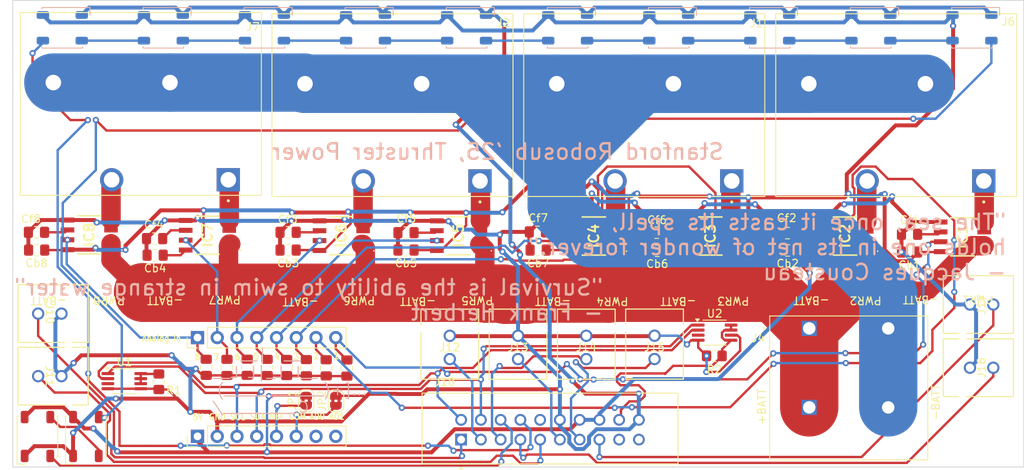
<source format=kicad_pcb>
(kicad_pcb (version 20240108) (generator "pcbnew") (generator_version "8.0")
  (layers (0 "F.Cu" signal) (31 "B.Cu" signal) (34 "B.Paste" user) (35 "F.Paste" user) (36 "B.SilkS" user "B.Silkscreen") (37 "F.SilkS" user "F.Silkscreen") (38 "B.Mask" user) (39 "F.Mask" user) (44 "Edge.Cuts" user))
  (net 0 "")
  (net 1 "GND")
  (net 2 "5V")
  (net 3 "Net-(IC1-FILTER)")
  (net 4 "Net-(IC2-FILTER)")
  (net 5 "Net-(IC6-FILTER)")
  (net 6 "Net-(IC7-FILTER)")
  (net 7 "Net-(IC5-FILTER)")
  (net 8 "Net-(IC3-FILTER)")
  (net 9 "Net-(IC4-FILTER)")
  (net 10 "Net-(IC8-FILTER)")
  (net 11 "PWR1")
  (net 12 "VIout1")
  (net 13 "+BATT")
  (net 14 "PWR2")
  (net 15 "VIout2")
  (net 16 "PWR3")
  (net 17 "VIout3")
  (net 18 "VIout4")
  (net 19 "PWR4")
  (net 20 "PWR5")
  (net 21 "VIout5")
  (net 22 "PWR6")
  (net 23 "VIout6")
  (net 24 "PWR7")
  (net 25 "VIout7")
  (net 26 "PWR8")
  (net 27 "VIout8")
  (net 28 "-BATT")
  (net 29 "SDA")
  (net 30 "AD1")
  (net 31 "COM")
  (net 32 "SCL")
  (net 33 "REF")
  (net 34 "AD0")
  (net 35 "PWM0")
  (net 36 "PWM4")
  (net 37 "PWM1")
  (net 38 "PWM5")
  (net 39 "PWM2")
  (net 40 "PWM6")
  (net 41 "PWM3")
  (net 42 "PWM7")
  (net 46 "+3.3V")
  (net 48 "NEO_DRIVE_OUT")
  (net 49 "NEO_DRIVE_IN")
  (net 51 "Net-(LED1-DOUT)")
  (net 52 "Net-(LED2-DOUT)")
  (net 53 "Net-(LED3-DOUT)")
  (net 54 "NEO_PASS1")
  (net 55 "Net-(LED5-DOUT)")
  (net 56 "Net-(LED6-DOUT)")
  (net 57 "Net-(LED7-DOUT)")
  (net 58 "NEO_PASS2")
  (net 59 "Net-(LED10-DIN)")
  (net 60 "Net-(LED10-DOUT)")
  (net 61 "Net-(LED11-DOUT)")
  (footprint "Imported_Footprints:MyHalleffectSensor" (layer "F.Cu") (at 138.8692 82.5246 90)
    (property "Reference" "IC5")
    (property "Value" "ACS713ELCTR-30A-T" (hide yes))
  )
  (footprint "Capacitor_SMD:C_0805_2012Metric_Pad1.18x1.45mm_HandSolder" (layer "F.Cu") (at 196.85 82.3468 180)
    (property "Reference" "Cf1")
    (property "Value" "100 µF" (hide yes))
  )
  (footprint "Imported_Footprints:MyHalleffectSensor" (layer "F.Cu") (at 106.5724 82.4738 90)
    (property "Reference" "IC7")
    (property "Value" "ACS713ELCTR-30A-T" (hide yes))
  )
  (footprint "Resistor_SMD:R_0805_2012Metric_Pad1.20x1.40mm_HandSolder" (layer "F.Cu") (at 100.32 101.31 -90)
    (property "Reference" "R1")
    (property "Value" "10k")
  )
  (footprint "Jumper:SolderJumper-2_P1.3mm_Bridged2Bar_RoundedPad1.0x1.5mm" (layer "F.Cu") (at 123.09 103.77 90)
    (property "Reference" "JP2")
    (property "Value" "Jumper_2_Bridged" (hide yes))
  )
  (footprint "Capacitor_SMD:C_0805_2012Metric_Pad1.18x1.45mm_HandSolder" (layer "F.Cu") (at 116.9416 82.0928 180)
    (property "Reference" "Cf3")
    (property "Value" "100 µF" (hide yes))
  )
  (footprint "Imported_Footprints:TE_1986660-2" (layer "F.Cu") (at 183.95 94.45)
    (property "Reference" "J4")
    (property "Value" "1986660-2")
  )
  (footprint "Capacitor_SMD:C_0805_2012Metric_Pad1.18x1.45mm_HandSolder" (layer "F.Cu") (at 84.582 82.0928 180)
    (property "Reference" "Cf8")
    (property "Value" "100 µF" (hide yes))
  )
  (footprint "Package_SO:MSOP-8_3x3mm_P0.65mm" (layer "F.Cu") (at 171.7875 94.995)
    (property "Reference" "U2")
    (property "Value" "MCP9808_MSOP" (hide yes))
  )
  (footprint "Imported_Footprints:PHOENIX_1098169" (layer "F.Cu") (at 210.646 53.992 180)
    (property "Reference" "J6")
    (property "Value" "1098169")
  )
  (footprint "Capacitor_SMD:C_0805_2012Metric_Pad1.18x1.45mm_HandSolder" (layer "F.Cu") (at 164.4103 84.4804 180)
    (property "Reference" "Cb6")
    (property "Value" "0.1 µF")
  )
  (footprint "Imported_Footprints:SULLINS_SBH11-PBPC-D10-ST-BK" (layer "F.Cu") (at 150.62 107.48)
    (property "Reference" "J18")
    (property "Value" "SBH11-PBPC-D10-ST-BK")
  )
  (footprint "Capacitor_SMD:C_0805_2012Metric_Pad1.18x1.45mm_HandSolder" (layer "F.Cu") (at 119.29 99.5025 -90)
    (property "Reference" "Cf11" (hide yes))
    (property "Value" "100 µF" (hide yes))
  )
  (footprint "Capacitor_SMD:C_0805_2012Metric_Pad1.18x1.45mm_HandSolder" (layer "F.Cu") (at 116.75 99.48 -90)
    (property "Reference" "Cf12" (hide yes))
    (property "Value" "100 µF" (hide yes))
  )
  (footprint "Capacitor_SMD:C_0805_2012Metric_Pad1.18x1.45mm_HandSolder" (layer "F.Cu") (at 181.1743 84.4296 180)
    (property "Reference" "Cb2")
    (property "Value" "0.1 µF" (hide yes))
  )
  (footprint "MountingHole:MountingHole_3.2mm_M3" (layer "F.Cu") (at 128.99 107.2896)
    (property "Reference" "H2" (hide yes))
    (property "Value" "MountingHole" (hide yes))
  )
  (footprint "Capacitor_SMD:C_0805_2012Metric_Pad1.18x1.45mm_HandSolder" (layer "F.Cu") (at 196.85 84.6328 180)
    (property "Reference" "Cb1")
    (property "Value" "0.1 µF" (hide yes))
  )
  (footprint "Capacitor_SMD:C_0805_2012Metric_Pad1.18x1.45mm_HandSolder" (layer "F.Cu") (at 148.9964 82.042 180)
    (property "Reference" "Cf7")
    (property "Value" "100 µF" (hide yes))
  )
  (footprint "Imported_Footprints:CONN_SD-43045-010_02_MOL" (layer "F.Cu") (at 164.06 98.389999)
    (property "Reference" "J15")
    (property "Value" "430450228")
  )
  (footprint "Imported_Footprints:MyHalleffectSensor" (layer "F.Cu") (at 123.7816 82.5246 90)
    (property "Reference" "IC6")
    (property "Value" "ACS713ELCTR-30A-T" (hide yes))
  )
  (footprint "Imported_Footprints:CONN_SD-43045-010_02_MOL" (layer "F.Cu") (at 84.8 92.55 -90)
    (property "Reference" "J10")
    (property "Value" "430450228")
  )
  (footprint "Imported_Footprints:MyHalleffectSensor" (layer "F.Cu") (at 156.2548 82.5754 90)
    (property "Reference" "IC4")
    (property "Value" "ACS713ELCTR-30A-T" (hide yes))
  )
  (footprint "Capacitor_SMD:C_0805_2012Metric_Pad1.18x1.45mm_HandSolder" (layer "F.Cu") (at 149.098 84.3788 180)
    (property "Reference" "Cb7")
    (property "Value" "0.1 µF" (hide yes))
  )
  (footprint "MountingHole:MountingHole_3.2mm_M3" (layer "F.Cu") (at 98.99 107.2896)
    (property "Reference" "H4" (hide yes))
    (property "Value" "MountingHole" (hide yes))
  )
  (footprint "Jumper:SolderJumper-2_P1.3mm_Bridged2Bar_RoundedPad1.0x1.5mm" (layer "F.Cu") (at 119.26 103.75 90)
    (property "Reference" "JP1")
    (property "Value" "Jumper_2_Bridged" (hide yes))
  )
  (footprint "Capacitor_SMD:C_0805_2012Metric_Pad1.18x1.45mm_HandSolder" (layer "F.Cu") (at 111.68 99.45 -90)
    (property "Reference" "Cf14" (hide yes))
    (property "Value" "100 µF" (hide yes))
  )
  (footprint "Capacitor_SMD:C_0805_2012Metric_Pad1.18x1.45mm_HandSolder" (layer "F.Cu") (at 181.1528 82.1944 180)
    (property "Reference" "Cf2")
    (property "Value" "100 µF" (hide yes))
  )
  (footprint "LED_SMD:LED_LiteOn_LTST-E563C_PLCC4_5.0x5.0mm_P3.2mm_HandSoldering" (layer "F.Cu") (at 84.71 108.35 90)
    (property "Reference" "LED1" (hide yes))
    (property "Value" "1655" (hide yes))
  )
  (footprint "Imported_Footprints:PHOENIX_1098169" (layer "F.Cu") (at 145.862 53.992 180)
    (property "Reference" "J2")
    (property "Value" "1098169")
  )
  (footprint "Imported_Footprints:CONN_SD-43045-010_02_MOL" (layer "F.Cu") (at 207.619999 91.38 90)
    (property "Reference" "J17")
    (property "Value" "430450228")
  )
  (footprint "Capacitor_SMD:C_0805_2012Metric_Pad1.18x1.45mm_HandSolder" (layer "F.Cu") (at 114.24 99.47 -90)
    (property "Reference" "Cf13" (hide yes))
    (property "Value" "100 µF" (hide yes))
  )
  (footprint "Imported_Footprints:CONN_SD-43045-010_02_MOL" (layer "F.Cu") (at 207.619999 99.51 90)
    (property "Reference" "J16")
    (property "Value" "430450228")
  )
  (footprint "Connector_PinHeader_2.54mm:PinHeader_1x08_P2.54mm_Vertical" (layer "F.Cu") (at 105.29 95.632 90)
    (property "Reference" "J9" (hide yes))
    (property "Value" "Conn_01x08" (hide yes))
  )
  (footprint "LED_SMD:LED_LiteOn_LTST-E563C_PLCC4_5.0x5.0mm_P3.2mm_HandSoldering" (layer "F.Cu") (at 90.94 108.35 90)
    (property "Reference" "LED2" (hide yes))
    (property "Value" "1655" (hide yes))
  )
  (footprint "Capacitor_SMD:C_0805_2012Metric_Pad1.18x1.45mm_HandSolder" (layer "F.Cu") (at 121.84 99.52 -90)
    (property "Reference" "Cf10" (hide yes))
    (property "Value" "100 µF" (hide yes))
  )
  (footprint "Capacitor_SMD:C_0805_2012Metric_Pad1.18x1.45mm_HandSolder" (layer "F.Cu") (at 84.6035 84.3788 180)
    (property "Reference" "Cb8")
    (property "Value" "0.1 µF")
  )
  (footprint "Package_SO:MSOP-8_3x3mm_P0.65mm" (layer "F.Cu") (at 95.88 101.235)
    (property "Reference" "U1")
    (property "Value" "MCP9808_MSOP" (hide yes))
  )
  (footprint "Capacitor_SMD:C_0805_2012Metric_Pad1.18x1.45mm_HandSolder" (layer "F.Cu") (at 132.1015 84.3788 180)
    (property "Reference" "Cb5")
    (property "Value" "0.1 µF" (hide yes))
  )
  (footprint "Imported_Footprints:MyHalleffectSensor" (layer "F.Cu") (at 188.5516 82.5754 90)
    (property "Reference" "IC2")
    (property "Value" "ACS713ELCTR-30A-T" (hide yes))
  )
  (footprint "Capacitor_SMD:C_0805_2012Metric_Pad1.18x1.45mm_HandSolder" (layer "F.Cu") (at 99.7712 82.9056 180)
    (property "Reference" "Cf4")
    (property "Value" "100 µF" (hide yes))
  )
  (footprint "Capacitor_SMD:C_0805_2012Metric_Pad1.18x1.45mm_HandSolder" (layer "F.Cu") (at 109.08 99.4675 -90)
    (property "Reference" "Cf15" (hide yes))
    (property "Value" "100 µF" (hide yes))
  )
  (footprint "Imported_Footprints:ACS711ELCTR25ABT" (layer "F.Cu") (at 203.6512 82.677 90)
    (property "Reference" "IC1")
    (property "Value" "ACS713ELCTR-30A-T" (hide yes))
  )
  (footprint "Capacitor_SMD:C_0805_2012Metric_Pad1.18x1.45mm_HandSolder" (layer "F.Cu") (at 106.41 99.4575 -90)
    (property "Reference" "Cf16" (hide yes))
    (property "Value" "100 µF" (hide yes))
  )
  (footprint "Imported_Footprints:CONN_SD-43045-010_02_MOL" (layer "F.Cu") (at 155.2844 98.399999)
    (property "Reference" "J14")
    (property "Value" "430450228")
  )
  (footprint "MountingHole:MountingHole_3.2mm_M3" (layer "F.Cu") (at 203.99 107.2896)
    (property "Reference" "H3" (hide yes))
    (property "Value" "MountingHole" (hide yes))
  )
  (footprint "Imported_Footprints:PHOENIX_1098169" (layer "F.Cu") (at 178.2356 53.992 180)
    (property "Reference" "J1")
    (property "Value" "1098169")
  )
  (footprint "Imported_Footprints:CONN_SD-43045-010_02_MOL" (layer "F.Cu") (at 84.8 100.59 -90)
    (property "Reference" "J11")
    (property "Value" "430450228")
  )
  (footprint "MountingHole:MountingHole_3.2mm_M3" (layer "F.Cu") (at 173.99 107.2896)
    (property "Reference" "H2" (hide yes))
    (property "Value" "MountingHole" (hide yes))
  )
  (footprint "Resistor_SMD:R_0805_2012Metric_Pad1.20x1.40mm_HandSolder" (layer "F.Cu") (at 171.75 97.98 180)
    (property "Reference" "R2")
    (property "Value" "10k")
  )
  (footprint "Capacitor_SMD:C_0805_2012Metric_Pad1.18x1.45mm_HandSolder" (layer "F.Cu") (at 124.5 99.55 -90)
    (property "Reference" "Cf9" (hide yes))
    (property "Value" "100 µF" (hide yes))
  )
  (footprint "Imported_Footprints:ACS711ELCTR25ABT" (layer "F.Cu") (at 91.3712 82.423 90)
    (property "Reference" "IC8")
    (property "Value" "ACS713ELCTR-30A-T" (hide yes))
  )
  (footprint "Capacitor_SMD:C_0805_2012Metric_Pad1.18x1.45mm_HandSolder" (layer "F.Cu") (at 116.9416 84.3788 180)
    (property "Reference" "Cb3")
    (property "Value" "0.1 µF" (hide yes))
  )
  (footprint "Imported_Footprints:MyHalleffectSensor" (layer "F.Cu") (at 171.2408 82.5754 90)
    (property "Reference" "IC3")
    (property "Value" "ACS713ELCTR-30A-T" (hide yes))
  )
  (footprint "Capacitor_SMD:C_0805_2012Metric_Pad1.18x1.45mm_HandSolder" (layer "F.Cu") (at 99.8435 85.0392 180)
    (property "Reference" "Cb4")
    (property "Value" "0.1 µF" (hide yes))
  )
  (footprint "Capacitor_SMD:C_0805_2012Metric_Pad1.18x1.45mm_HandSolder" (layer "F.Cu") (at 132.1015 82.1436 180)
    (property "Reference" "Cf5")
    (property "Value" "100 µF" (hide yes))
  )
  (footprint "Imported_Footprints:CONN_SD-43045-010_02_MOL" (layer "F.Cu") (at 146.5088 98.399999)
    (property "Reference" "J13")
    (property "Value" "430450228")
  )
  (footprint "Imported_Footprints:CONN_SD-43045-010_02_MOL" (layer "F.Cu") (at 137.7332 98.399999)
    (property "Reference" "J12")
    (property "Value" "430450228")
  )
  (footprint "Imported_Footprints:PHOENIX_1098169" (layer "F.Cu") (at 113.5024 53.8396 180)
    (property "Reference" "J7")
    (property "Value" "1098169")
  )
  (footprint "Capacitor_SMD:C_0805_2012Metric_Pad1.18x1.45mm_HandSolder" (layer "F.Cu") (at 164.338 82.1436 180)
    (property "Reference" "Cf6")
    (property "Value" "100 µF" (hide yes))
  )
  (footprint "Connector_PinHeader_2.54mm:PinHeader_1x08_P2.54mm_Vertical" (layer "F.Cu") (at 105.29 108.332 90)
    (property "Reference" "J3" (hide yes))
    (property "Value" "Conn_01x08" (hide yes))
  )
  (footprint "LED_SMD:LED_LiteOn_LTST-E563C_PLCC4_5.0x5.0mm_P3.2mm_HandSoldering" (layer "B.Cu") (at 139.891112 55.8 180)
    (property "Reference" "LED8" (hide yes))
    (property "Value" "1655" (hide yes))
  )
  (footprint "LED_SMD:LED_LiteOn_LTST-E563C_PLCC4_5.0x5.0mm_P3.2mm_HandSoldering" (layer "B.Cu") (at 126.894724 55.8 180)
    (property "Reference" "LED9" (hide yes))
    (property "Value" "1655" (hide yes))
  )
  (footprint "LED_SMD:LED_LiteOn_LTST-E563C_PLCC4_5.0x5.0mm_P3.2mm_HandSoldering" (layer "B.Cu") (at 204.873052 55.8 180)
    (property "Reference" "LED3" (hide yes))
    (property "Value" "1655" (hide yes))
  )
  (footprint "LED_SMD:LED_LiteOn_LTST-E563C_PLCC4_5.0x5.0mm_P3.2mm_HandSoldering" (layer "B.Cu") (at 191.876664 55.8 180)
    (property "Reference" "LED4" (hide yes))
    (property "Value" "1655" (hide yes))
  )
  (footprint "LED_SMD:LED_LiteOn_LTST-E563C_PLCC4_5.0x5.0mm_P3.2mm_HandSoldering" (layer "B.Cu") (at 165.883888 55.8 180)
    (property "Reference" "LED6" (hide yes))
    (property "Value" "1655" (hide yes))
  )
  (footprint "LED_SMD:LED_LiteOn_LTST-E563C_PLCC4_5.0x5.0mm_P3.2mm_HandSoldering" (layer "B.Cu") (at 178.880276 55.8 180)
    (property "Reference" "LED5" (hide yes))
    (property "Value" "1655" (hide yes))
  )
  (footprint "LED_SMD:LED_LiteOn_LTST-E563C_PLCC4_5.0x5.0mm_P3.2mm_HandSoldering" (layer "B.Cu") (at 100.901948 55.8 180)
    (property "Reference" "LED11" (hide yes))
    (property "Value" "1655" (hide yes))
  )
  (footprint "LED_SMD:LED_LiteOn_LTST-E563C_PLCC4_5.0x5.0mm_P3.2mm_HandSoldering" (layer "B.Cu") (at 87.905552 55.8 180)
    (property "Reference" "LED12" (hide yes))
    (property "Value" "1655" (hide yes))
  )
  (footprint "LED_SMD:LED_LiteOn_LTST-E563C_PLCC4_5.0x5.0mm_P3.2mm_HandSoldering" (layer "B.Cu") (at 113.898336 55.8 180)
    (property "Reference" "LED10" (hide yes))
    (property "Value" "1655" (hide yes))
  )
  (footprint "LED_SMD:LED_LiteOn_LTST-E563C_PLCC4_5.0x5.0mm_P3.2mm_HandSoldering" (layer "B.Cu") (at 152.8875 55.8 180)
    (property "Reference" "LED7" (hide yes))
    (property "Value" "1655" (hide yes))
  )
  (gr_rect (start 81.5364 52.2732) (end 211.5364 112.2732) (stroke (width 0.1)) (fill none) (layer "Edge.Cuts"))
  (gr_text "         __  |__\n       __L L_|L L__\n ...[+(____________)\n        C_________/" (at 128.27 105.4354 0) (layer "B.SilkS") (effects (font (size 1.4 1.4)) (justify left bottom mirror)))
  (gr_text "{dblquote}Survival is the ability to swim in strange water{dblquote} \n- Frank Herbert\n" (at 157.6324 93.5736 0) (layer "B.SilkS") (effects (font (size 2 2) (thickness 0.3)) (justify left bottom mirror)))
  (gr_text "{dblquote}The sea, once it casts its spell, \nholds one in its net of wonder forever.{dblquote} \n- Jacques Cousteau\n" (at 209.4738 88.392 0) (layer "B.SilkS") (effects (font (size 2 2) (thickness 0.3)) (justify left bottom mirror)))
  (gr_text "Stanford Robosub '25, Thruster Power" (at 173.1264 72.898 0) (layer "B.SilkS") (effects (font (size 2 2) (thickness 0.3)) (justify left bottom mirror)))
  (gr_text "PWR2" (at 193.3448 90.2716 180) (layer "F.SilkS") (effects (font (size 1 1)) (justify left bottom)))
  (gr_text "PWR3" (at 176.3268 90.3224 180) (layer "F.SilkS") (effects (font (size 1 1)) (justify left bottom)))
  (gr_text "COM" (at 116.9082 106.2492 0) (layer "F.SilkS") (effects (font (size 0.8 0.7)) (justify left bottom)))
  (gr_text "-BATT" (at 103.5304 90.2716 180) (layer "F.SilkS") (effects (font (size 1 1)) (justify left bottom)))
  (gr_text "PWR6" (at 128.2192 90.2716 180) (layer "F.SilkS") (effects (font (size 1 1)) (justify left bottom)))
  (gr_text "SDA" (at 111.9298 106.2492 0) (layer "F.SilkS") (effects (font (size 0.8 0.7)) (justify left bottom)))
  (gr_text "7" (at 107.307 98.6292 0) (layer "F.SilkS") (effects (font (size 0.8 0.7)) (justify left bottom)))
  (gr_text "4" (at 115.0794 98.5276 0) (layer "F.SilkS") (effects (font (size 0.8 0.7)) (justify left bottom)))
  (gr_text "SCL" (at 109.3898 106.3 0) (layer "F.SilkS") (effects (font (size 0.8 0.7)) (justify left bottom)))
  (gr_text "REF" (at 114.4698 106.2492 0) (layer "F.SilkS") (effects (font (size 0.8 0.7)) (justify left bottom)))
  (gr_text "PWR1" (at 207.772 90.17 180) (layer "F.SilkS") (effects (font (size 1 1)) (justify left bottom)))
  (gr_text "+BATT" (at 178.44 106.91 90) (layer "F.SilkS") (effects (font (size 1 1)) (justify left bottom)))
  (gr_text "Analog In" (at 98.0614 96.1908 0) (layer "F.SilkS") (effects (font (size 0.8 0.7)) (justify left bottom)))
  (gr_text "6" (at 109.9994 98.5784 0) (layer "F.SilkS") (effects (font (size 0.8 0.7)) (justify left bottom)))
  (gr_text "-BATT" (at 88.5444 90.2716 180) (layer "F.SilkS") (effects (font (size 1 1)) (justify left bottom)))
  (gr_text "PWR7" (at 110.9472 90.17 180) (layer "F.SilkS") (effects (font (size 1 1)) (justify left bottom)))
  (gr_text "-BATT" (at 169.5196 90.3732 180) (layer "F.SilkS") (effects (font (size 1 1)) (justify left bottom)))
  (gr_text "-BATT" (at 153.416 90.3732 180) (layer "F.SilkS") (effects (font (size 1 1)) (justify left bottom)))
  (gr_text "-BATT" (at 120.9548 90.424 180) (layer "F.SilkS") (effects (font (size 1 1)) (justify left bottom)))
  (gr_text "-BATT" (at 136.0424 90.3732 180) (layer "F.SilkS") (effects (font (size 1 1)) (justify left bottom)))
  (gr_text "8" (at 104.8686 98.5834 0) (layer "F.SilkS") (effects (font (size 0.8 0.7)) (justify left bottom)))
  (gr_text "GND" (at 106.6974 106.3 0) (layer "F.SilkS") (effects (font (size 0.8 0.7)) (justify left bottom)))
  (gr_text "PWR4" (at 160.782 90.3732 180) (layer "F.SilkS") (effects (font (size 1 1)) (justify left bottom)))
  (gr_text "-BATT" (at 200.81 106.36 90) (layer "F.SilkS") (effects (font (size 1 1)) (justify left bottom)))
  (gr_text "-BATT" (at 200.7108 90.17 180) (layer "F.SilkS") (effects (font (size 1 1)) (justify left bottom)))
  (gr_text "AD1" (at 122.1406 106.2492 0) (layer "F.SilkS") (effects (font (size 0.8 0.7)) (justify left bottom)))
  (gr_text "2" (at 120.1086 98.4768 0) (layer "F.SilkS") (effects (font (size 0.8 0.7)) (justify left bottom)))
  (gr_text "5" (at 112.4378 98.5276 0) (layer "F.SilkS") (effects (font (size 0.8 0.7)) (justify left bottom)))
  (gr_text "PWR5" (at 143.4084 90.2716 180) (layer "F.SilkS") (effects (font (size 1 1)) (justify left bottom)))
  (gr_text "AD0" (at 119.6006 106.2492 0) (layer "F.SilkS") (effects (font (size 0.8 0.7)) (justify left bottom)))
  (gr_text "-BATT" (at 186.6392 90.2716 180) (layer "F.SilkS") (effects (font (size 1 1)) (justify left bottom)))
  (gr_text "1" (at 122.6994 98.4768 0) (layer "F.SilkS") (effects (font (size 0.8 0.7)) (justify left bottom)))
  (gr_text "PWR8" (at 96.0628 90.2716 180) (layer "F.SilkS") (effects (font (size 1 1)) (justify left bottom)))
  (gr_text "5V" (at 104.6146 106.3 0) (layer "F.SilkS") (effects (font (size 0.8 0.7)) (justify left bottom)))
  (gr_text "3" (at 117.5686 98.5276 0) (layer "F.SilkS") (effects (font (size 0.8 0.7)) (justify left bottom)))
  (segment (start 197.183264 80.772) (end 194.606842 78.195578) (width 0.508) (layer "F.Cu") (net 1))
  (segment (start 155.334999 95.450599) (end 163.999401 95.450599) (width 0.508) (layer "F.Cu") (net 1))
  (segment (start 131.064 82.1436) (end 131.064 84.3788) (width 0.508) (layer "F.Cu") (net 1))
  (segment (start 149.3305 80.6704) (end 153.4548 80.6704) (width 0.508) (layer "F.Cu") (net 1))
  (segment (start 181.6393 80.6704) (end 185.7516 80.6704) (width 0.508) (layer "F.Cu") (net 1))
  (segment (start 85.1193 80.518) (end 83.5445 82.0928) (width 0.508) (layer "F.Cu") (net 1))
  (segment (start 107.83 106.48) (end 107.83 108.332) (width 0.508) (layer "F.Cu") (net 1))
  (segment (start 145.747912 83.679977) (end 146.761458 84.693523) (width 0.508) (layer "F.Cu") (net 1))
  (segment (start 181.6393 80.6704) (end 179.230406 80.6704) (width 0.508) (layer "F.Cu") (net 1))
  (segment (start 120.9816 80.6196) (end 117.3773 80.6196) (width 0.508) (layer "F.Cu") (net 1))
  (segment (start 101.0705 80.5688) (end 98.7337 82.9056) (width 0.508) (layer "F.Cu") (net 1))
  (segment (start 89.29 110.85) (end 89.29 107.89) (width 0.508) (layer "F.Cu") (net 1))
  (segment (start 93.7675 102.21) (end 97.9925 102.21) (width 0.3048) (layer "F.Cu") (net 1))
  (segment (start 195.8125 82.3468) (end 197.3873 80.772) (width 0.508) (layer "F.Cu") (net 1))
  (segment (start 146.559399 95.450599) (end 155.233801 95.450599) (width 0.508) (layer "F.Cu") (net 1))
  (segment (start 147.9589 82.042) (end 144.508 82.042) (width 0.508) (layer "F.Cu") (net 1))
  (segment (start 144.74 55.29) (end 144.74 62.01) (width 0.508) (layer "F.Cu") (net 1))
  (segment (start 179.230406 80.6704) (end 177.057206 78.4972) (width 0.508) (layer "F.Cu") (net 1))
  (segment (start 177.057206 78.4972) (end 176.9772 78.4972) (width 0.508) (layer "F.Cu") (net 1))
  (segment (start 117.3773 80.6196) (end 115.9041 82.0928) (width 0.508) (layer "F.Cu") (net 1))
  (segment (start 163.3005 82.1436) (end 163.3005 84.4081) (width 0.508) (layer "F.Cu") (net 1))
  (segment (start 137.783799 95.450599) (end 146.458201 95.450599) (width 0.508) (layer "F.Cu") (net 1))
  (segment (start 102.68 103.48) (end 104.38 105.18) (width 0.508) (layer "F.Cu") (net 1))
  (segment (start 116.75 100.5175) (end 114.25 100.5175) (width 0.3048) (layer "F.Cu") (net 1))
  (segment (start 169.675 96.905) (end 170.75 97.98) (width 0.3048) (layer "F.Cu") (net 1))
  (segment (start 84.314 109.596) (end 88.036 109.596) (width 0.508) (layer "F.Cu") (net 1))
  (segment (start 106.41 100.495) (end 109.07 100.495) (width 0.3048) (layer "F.Cu") (net 1))
  (segment (start 107.76 106.41) (end 107.83 106.48) (width 0.508) (layer "F.Cu") (net 1))
  (segment (start 107.76 106.1) (end 107.76 106.41) (width 0.508) (layer "F.Cu") (net 1))
  (segment (start 154.224936 101.8872) (end 154.194936 101.8872) (width 0.508) (layer "F.Cu") (net 1))
  (segment (start 92.022823 80.518) (end 92.334823 80.83) (width 0.508) (layer "F.Cu") (net 1))
  (segment (start 88.5712 80.518) (end 92.022823 80.518) (width 0.508) (layer "F.Cu") (net 1))
  (segment (start 164.7737 80.6704) (end 163.637162 80.6704) (width 0.508) (layer "F.Cu") (net 1))
  (segment (start 155.992318 78.682882) (end 155.992318 77.107013) (width 0.508) (layer "F.Cu") (net 1))
  (segment (start 127.07 103.12) (end 127.33 102.86) (width 0.3048) (layer "F.Cu") (net 1))
  (segment (start 97.9925 102.21) (end 100.22 102.21) (width 0.3048) (layer "F.Cu") (net 1))
  (segment (start 161.5156 78.548838) (end 161.5156 78.296545) (width 0.508) (layer "F.Cu") (net 1))
  (segment (start 90.35 97.91) (end 101.96 97.91) (width 0.508) (layer "F.Cu") (net 1))
  (segment (start 83.5445 82.0928) (end 83.5445 84.3573) (width 0.508) (layer "F.Cu") (net 1))
  (segment (start 170.4944 78.6168) (end 170.4944 78.3472) (width 0.508) (layer "F.Cu") (net 1))
  (segment (start 123.09 103.12) (end 127.07 103.12) (width 0.3048) (layer "F.Cu") (net 1))
  (segment (start 169.675 95.97) (end 168.78 95.97) (width 0.3048) (layer "F.Cu") (net 1))
  (segment (start 194.606842 78.195578) (end 194.606842 77.481444) (width 0.508) (layer "F.Cu") (net 1))
  (segment (start 105.923582 100.495) (end 105.069291 99.640709) (width 0.3048) (layer "F.Cu") (net 1))
  (segment (start 147.9589 82.042) (end 149.3305 80.6704) (width 0.508) (layer "F.Cu") (net 1))
  (segment (start 127.33 102.86) (end 123.7828 106.4072) (width 0.508) (layer "F.Cu") (net 1))
  (segment (start 134.20758 102.89) (end 130.904 102.89) (width 0.508) (layer "F.Cu") (net 1))
  (segment (start 187.9248 78.4972) (end 188.45236 78.4972) (width 0.508) (layer "F.Cu") (net 1))
  (segment (start 124.000094 80.6196) (end 124.2144 80.405294) (width 0.508) (layer "F.Cu") (net 1))
  (segment (start 146.761458 84.693523) (end 146.761458 84.9844) (width 0.508) (layer "F.Cu") (net 1))
  (segment (start 124.5 100.5875) (end 121.87 100.5875) (width 0.3048) (layer "F.Cu") (net 1))
  (segment (start 98.7337 82.9056) (end 98.7337 84.9669) (width 0.508) (layer "F.Cu") (net 1))
  (segment (start 89.29 107.89) (end 89.3 107.88) (width 0.508) (layer "F.Cu") (net 1))
  (segment (start 169.675 95.97) (end 169.675 96.905) (width 0.3048) (layer "F.Cu") (net 1))
  (segment (start 83.06 110.85) (end 84.314 109.596) (width 0.508) (layer "F.Cu") (net 1))
  (segment (start 134.81758 102.28) (end 134.20758 102.89) (width 0.508) (layer "F.Cu") (net 1))
  (segment (start 119.29 100.54) (end 116.7725 100.54) (width 0.3048) (layer "F.Cu") (net 1))
  (segment (start 175.0649 95.672401) (end 175.0649 97.32395) (width 0.3048) (layer "F.Cu") (net 1))
  (segment (start 88.036 109.596) (end 89.29 110.85) (width 0.508) (layer "F.Cu") (net 1))
  (segment (start 132.588 80.6196) (end 131.064 82.1436) (width 0.508) (layer "F.Cu") (net 1))
  (segment (start 173.9 95.32) (end 174.712499 95.32) (width 0.3048) (layer "F.Cu") (net 1))
  (segment (start 103.7724 80.5688) (end 105.015129 80.5688) (width 0.508) (layer "F.Cu") (net 1))
  (segment (start 180.1153 82.1944) (end 180.1153 84.4081) (width 0.508) (layer "F.Cu") (net 1))
  (segment (start 89.36 98.9) (end 90.35 97.91) (width 0.508) (layer "F.Cu") (net 1))
  (segment (start 162.03 102.85) (end 155.187736 102.85) (width 0.508) (layer "F.Cu") (net 1))
  (segment (start 130.904 102.89) (end 130.874 102.86) (width 0.508) (layer "F.Cu") (net 1))
  (segment (start 168.4408 80.6704) (end 170.4944 78.6168) (width 0.508) (layer "F.Cu") (net 1))
  (segment (start 155.187736 102.85) (end 154.224936 101.8872) (width 0.508) (layer "F.Cu") (net 1))
  (segment (start 163.3005 82.1436) (end 164.7737 80.6704) (width 0.508) (layer "F.Cu") (net 1))
  (segment (start 136.0692 80.6196) (end 132.588 80.6196) (width 0.508) (layer "F.Cu") (net 1))
  (segment (start 180.1153 82.1944) (end 181.6393 80.6704) (width 0.508) (layer "F.Cu") (net 1))
  (segment (start 164.7737 80.6704) (end 168.4408 80.6704) (width 0.508) (layer "F.Cu") (net 1))
  (segment (start 105.015129 80.5688) (end 105.310546 80.273383) (width 0.508) (layer "F.Cu") (net 1))
  (segment (start 88.5712 80.518) (end 85.1193 80.518) (width 0.508) (layer "F.Cu") (net 1))
  (segment (start 144.16 82.39) (end 144.16 84.229225) (width 0.508) (layer "F.Cu") (net 1))
  (segment (start 144.74 62.01) (end 138.5 68.25) (width 0.508) (layer "F.Cu") (net 1))
  (segment (start 144.16 84.229225) (end 144.509743 84.578968) (width 0.508) (layer "F.Cu") (net 1))
  (segment (start 100.32 102.31) (end 101.51 102.31) (width 0.3048) (layer "F.Cu") (net 1))
  (segment (start 147.9589 82.042) (end 147.9589 84.2772) (width 0.508) (layer "F.Cu") (net 1))
  (segment (start 195.8125 82.3468) (end 195.8125 84.6328) (width 0.508) (layer "F.Cu") (net 1))
  (segment (start 94.78 103.48) (end 102.68 103.48) (width 0.508) (layer "F.Cu") (net 1))
  (segment (start 101.51 102.31) (end 104.38 105.18) (width 0.3048) (layer "F.Cu") (net 1))
  (segment (start 130.874 102.86) (end 127.33 102.86) (width 0.508) (layer "F.Cu") (net 1))
  (segment (start 154.0048 80.6704) (end 155.992318 78.682882) (width 0.508) (layer "F.Cu") (net 1))
  (segment (start 103.7724 80.5688) (end 101.0705 80.5688) (width 0.508) (layer "F.Cu") (net 1))
  (segment (start 151.89 102.28) (end 134.81758 102.28) (width 0.508) (layer "F.Cu") (net 1))
  (segment (start 120.9816 80.6196) (end 124.000094 80.6196) (width 0.508) (layer "F.Cu") (net 1))
  (segment (start 153.6928 101.385064) (end 153.6928 101.350176) (width 0.508) (layer "F.Cu") (net 1))
  (segment (start 123.7828 106.4072) (end 108.0672 106.4072) (width 0.508) (layer "F.Cu") (net 1))
  (segment (start 121.84 100.5575) (end 119.3075 100.5575) (width 0.3048) (layer "F.Cu") (net 1))
  (segment (start 144.508 82.042) (end 144.16 82.39) (width 0.508) (layer "F.Cu") (net 1))
  (segment (start 185.7516 80.6704) (end 187.9248 78.4972) (width 0.508) (layer "F.Cu") (net 1))
  (segment (start 104.38 105.18) (end 106.84 105.18) (width 0.508) (layer "F.Cu") (net 1))
  (segment (start 197.3873 80.772) (end 197.183264 80.772) (width 0.508) (layer "F.Cu") (net 1))
  (segment (start 114.24 100.5075) (end 111.7 100.5075) (width 0.3048) (layer "F.Cu") (net 1))
  (segment (start 197.3873 80.772) (end 200.8512 80.772) (width 0.508) (layer "F.Cu") (net 1))
  (segment (start 108.0672 106.4072) (end 106.84 105.18) (width 0.508) (layer "F.Cu") (net 1))
  (segment (start 172.33445 100.0544) (end 170.72 100.0544) (width 0.3048) (layer "F.Cu") (net 1))
  (segment (start 137.57 80.67) (end 136.1196 80.67) (width 0.508) (layer "F.Cu") (net 1))
  (segment (start 153.6928 101.350176) (end 153.525517 101.182893) (width 0.508) (layer "F.Cu") (net 1))
  (segment (start 111.68 100.4875) (end 109.0975 100.4875) (width 0.3048) (layer "F.Cu") (net 1))
  (segment (start 163.637162 80.6704) (end 161.5156 78.548838) (width 0.508) (layer "F.Cu") (net 1))
  (segment (start 154.194936 101.8872) (end 153.6928 101.385064) (width 0.508) (layer "F.Cu") (net 1))
  (segment (start 106.84 105.18) (end 107.76 106.1) (width 0.508) (layer "F.Cu") (net 1))
  (segment (start 174.712499 95.32) (end 175.0649 95.672401) (width 0.3048) (layer "F.Cu") (net 1))
  (segment (start 115.9041 82.0928) (end 115.9041 84.3788) (width 0.508) (layer "F.Cu") (net 1))
  (segment (start 168.78 95.97) (end 168.23 96.52) (width 0.3048) (layer "F.Cu") (net 1))
  (segment (start 175.0649 97.32395) (end 172.33445 100.0544) (width 0.3048) (layer "F.Cu") (net 1))
  (via (at 145.747912 83.679977) (size 0.8) (drill 0.4) (layers "F.Cu" "B.Cu") (net 1))
  (via (at 168.23 96.52) (size 0.8) (drill 0.4) (layers "F.Cu" "B.Cu") (net 1))
  (via (at 132.588 80.6196) (size 0.8) (drill 0.4) (layers "F.Cu" "B.Cu") (net 1))
  (via (at 162.03 102.85) (size 0.8) (drill 0.4) (layers "F.Cu" "B.Cu") (net 1))
  (via (at 188.45236 78.4972) (size 0.8) (drill 0.4) (layers "F.Cu" "B.Cu") (net 1))
  (via (at 105.310546 80.273383) (size 0.8) (drill 0.4) (layers "F.Cu" "B.Cu") (net 1))
  (via (at 104.38 105.18) (size 0.8) (drill 0.4) (layers "F.Cu" "B.Cu") (net 1))
  (via (at 155.992318 77.107013) (size 0.8) (drill 0.4) (layers "F.Cu" "B.Cu") (net 1))
  (via (at 138.5 68.25) (size 0.8) (drill 0.4) (layers "F.Cu" "B.Cu") (net 1))
  (via (at 176.9772 78.4972) (size 0.8) (drill 0.4) (layers "F.Cu" "B.Cu") (net 1))
  (via (at 124.2144 80.405294) (size 0.8) (drill 0.4) (layers "F.Cu" "B.Cu") (net 1))
  (via (at 161.5156 78.296545) (size 0.8) (drill 0.4) (layers "F.Cu" "B.Cu") (net 1))
  (via (at 151.89 102.28) (size 0.8) (drill 0.4) (layers "F.Cu" "B.Cu") (net 1))
  (via (at 105.069291 99.640709) (size 0.8) (drill 0.4) (layers "F.Cu" "B.Cu") (net 1))
  (via (at 101.0705 80.5688) (size 0.8) (drill 0.4) (layers "F.Cu" "B.Cu") (net 1))
  (via (at 144.74 55.29) (size 0.8) (drill 0.4) (layers "F.Cu" "B.Cu") (net 1))
  (via (at 144.509743 84.578968) (size 0.8) (drill 0.4) (layers "F.Cu" "B.Cu") (net 1))
  (via (at 94.78 103.48) (size 0.8) (drill 0.4) (layers "F.Cu" "B.Cu") (net 1))
  (via (at 89.36 98.9) (size 0.8) (drill 0.4) (layers "F.Cu" "B.Cu") (net 1))
  (via (at 170.75 97.98) (size 0.8) (drill 0.4) (layers "F.Cu" "B.Cu") (net 1))
  (via (at 170.4944 78.3472) (size 0.8) (drill 0.4) (layers "F.Cu" "B.Cu") (net 1))
  (via (at 170.72 100.0544) (size 0.8) (drill 0.4) (layers "F.Cu" "B.Cu") (net 1))
  (via (at 92.334823 80.83) (size 0.8) (drill 0.4) (layers "F.Cu" "B.Cu") (net 1))
  (via (at 101.96 97.91) (size 0.8) (drill 0.4) (layers "F.Cu" "B.Cu") (net 1))
  (via (at 195.8125 84.6328) (size 0.8) (drill 0.4) (layers "F.Cu" "B.Cu") (net 1))
  (via (at 144.16 82.39) (size 0.8) (drill 0.4) (layers "F.Cu" "B.Cu") (net 1))
  (via (at 194.606842 77.481444) (size 0.8) (drill 0.4) (layers "F.Cu" "B.Cu") (net 1))
  (via (at 146.761458 84.9844) (size 0.8) (drill 0.4) (layers "F.Cu" "B.Cu") (net 1))
  (via (at 153.525517 101.182893) (size 0.8) (drill 0.4) (layers "F.Cu" "B.Cu") (net 1))
  (via (at 89.3 107.88) (size 0.8) (drill 0.4) (layers "F.Cu" "B.Cu") (net 1))
  (via (at 117.3773 80.6196) (size 0.8) (drill 0.4) (layers "F.Cu" "B.Cu") (net 1))
  (via (at 137.57 80.67) (size 0.8) (drill 0.4) (layers "F.Cu" "B.Cu") (net 1))
  (segment (start 153.098 109.148) (end 153.098 108.24963) (width 0.508) (layer "B.Cu") (net 1))
  (segment (start 155.638 108.37363) (end 155.638 109.25037) (width 0.508) (layer "B.Cu") (net 1))
  (segment (start 193.422664 53.196) (end 182.334276 53.196) (width 0.508) (layer "B.Cu") (net 1))
  (segment (start 169.337888 53.196) (end 168.383888 54.15) (width 0.508) (layer "B.Cu") (net 1))
  (segment (start 103.401948 54.15) (end 102.447948 53.196) (width 0.508) (layer "B.Cu") (net 1))
  (segment (start 160.842 107.418) (end 156.59363 107.418) (width 0.508) (layer "B.Cu") (net 1))
  (segment (start 161.373055 78.154) (end 157.039305 78.154) (width 0.508) (layer "B.Cu") (net 1))
  (segment (start 142.391112 54.15) (end 143.6 54.15) (width 0.508) (layer "B.Cu") (net 1))
  (segment (start 138.5 68.25) (end 145.52 75.27) (width 0.508) (layer "B.Cu") (net 1))
  (segment (start 204.62 91.38) (end 202.782264 91.38) (width 0.508) (layer "B.Cu") (net 1))
  (segment (start 87.0126 93.337399) (end 87.0126 99.802601) (width 0.508) (layer "B.Cu") (net 1))
  (segment (start 153.525517 101.127467) (end 153.525517 101.182893) (width 0.508) (layer "B.Cu") (net 1))
  (segment (start 138.65 81.75) (end 140.58 81.75) (width 0.508) (layer "B.Cu") (net 1))
  (segment (start 141.22 82.39) (end 144.16 82.39) (width 0.508) (layer "B.Cu") (net 1))
  (segment (start 161.5156 78.296545) (end 161.373055 78.154) (width 0.508) (layer "B.Cu") (net 1))
  (segment (start 151.89 100.7812) (end 151.89 106.21) (width 0.508) (layer "B.Cu") (net 1))
  (segment (start 101.0705 80.5688) (end 100.8093 80.83) (width 0.508) (layer "B.Cu") (net 1))
  (segment (start 142.391112 54.15) (end 141.437112 53.196) (width 0.508) (layer "B.Cu") (net 1))
  (segment (start 195.330664 53.196) (end 206.419052 53.196) (width 0.508) (layer "B.Cu") (net 1))
  (segment (start 194.376664 54.15) (end 193.422664 53.196) (width 0.508) (layer "B.Cu") (net 1))
  (segment (start 102.447948 53.196) (end 91.359552 53.196) (width 0.508) (layer "B.Cu") (net 1))
  (segment (start 143.345112 53.196) (end 142.391112 54.15) (width 0.508) (layer "B.Cu") (net 1))
  (segment (start 154.4335 53.196) (end 143.345112 53.196) (width 0.508) (layer "B.Cu") (net 1))
  (segment (start 150.585798 89.575798) (end 150.585798 98.187748) (width 0.508) (layer "B.Cu") (net 1))
  (segment (start 150.585798 98.187748) (end 153.525517 101.127467) (width 0.508) (layer "B.Cu") (net 1))
  (segment (start 124.428706 80.6196) (end 124.2144 80.405294) (width 0.508) (layer "B.Cu") (net 1))
  (segment (start 105.656763 80.6196) (end 105.310546 80.273383) (width 0.508) (layer "B.Cu") (net 1))
  (segment (start 193.708286 78.38) (end 188.56956 78.38) (width 0.508) (layer "B.Cu") (net 1))
  (segment (start 205.407399 92.167399) (end 205.407399 98.722601) (width 0.508) (layer "B.Cu") (net 1))
  (segment (start 132.588 80.6196) (end 124.428706 80.6196) (width 0.508) (layer "B.Cu") (net 1))
  (segment (start 141.437112 53.196) (end 129.794 53.196) (width 0.508) (layer "B.Cu") (net 1))
  (segment (start 117.352336 53.196) (end 116.398336 54.15) (width 0.508) (layer "B.Cu") (net 1))
  (segment (start 151.89 107.04163) (end 151.89 106.21) (width 0.508) (layer "B.Cu") (net 1))
  (segment (start 129.794 53.196) (end 128.84 54.15) (width 0.508) (layer "B.Cu") (net 1))
  (segment (start 100.8093 80.83) (end 92.334823 80.83) (width 0.508) (layer "B.Cu") (net 1))
  (segment (start 180.426276 53.196) (end 169.337888 53.196) (width 0.508) (layer "B.Cu") (net 1))
  (segment (start 167.1 95.39) (end 164.06 95.39) (width 0.3048) (layer "B.Cu") (net 1))
  (segment (start 153.098 108.24963) (end 151.89 107.04163) (width 0.508) (layer "B.Cu") (net 1))
  (segment (start 204.62 91.38) (end 205.407399 92.167399) (width 0.508) (layer "B.Cu") (net 1))
  (segment (start 168.383888 54.15) (end 167.429888 53.196) (width 0.508) (layer "B.Cu") (net 1))
  (segment (start 157.039305 78.154) (end 155.992318 77.107013) (width 0.508) (layer "B.Cu") (net 1))
  (segment (start 155.3875 54.15) (end 154.4335 53.196) (width 0.508) (layer "B.Cu") (net 1))
  (segment (start 162.03 102.85) (end 162.03 106.19) (width 0.508) (layer "B.Cu") (net 1))
  (segment (start 128.440724 53.196) (end 117.352336 53.196) (width 0.508) (layer "B.Cu") (net 1))
  (segment (start 188.56956 78.38) (end 188.45236 78.4972) (width 0.508) (layer "B.Cu") (net 1))
  (segment (start 170.75 100.0244) (end 170.72 100.0544) (width 0.3048) (layer "B.Cu") (net 1))
  (segment (start 104.38 100.33) (end 105.069291 99.640709) (width 0.508) (layer "B.Cu") (net 1))
  (segment (start 87.799999 92.55) (end 87.0126 93.337399) (width 0.508) (layer "B.Cu") (net 1))
  (segment (start 168.23 96.52) (end 167.1 95.39) (width 0.3048) (layer "B.Cu") (net 1))
  (segment (start 146.5088 86.556536) (end 144.655064 84.7028) (width 0.508) (layer "B.Cu") (net 1))
  (segment (start 93.7 103.48) (end 94.78 103.48) (width 0.508) (layer "B.Cu") (net 1))
  (segment (start 129.394724 54.15) (end 128.440724 53.196) (width 0.508) (layer "B.Cu") (net 1))
  (segment (start 145.52 75.27) (end 145.52 83.452065) (width 0.508) (layer "B.Cu") (net 1))
  (segment (start 194.376664 54.15) (end 195.330664 53.196) (width 0.508) (layer "B.Cu") (net 1))
  (segment (start 140.58 81.75) (end 141.22 82.39) (width 0.508) (layer "B.Cu") (net 1))
  (segment (start 104.355948 53.196) (end 103.401948 54.15) (width 0.508) (layer "B.Cu") (net 1))
  (segment (start 156.59363 107.418) (end 155.638 108.37363) (width 0.508) (layer "B.Cu") (net 1))
  (segment (start 194.606842 77.481444) (end 193.708286 78.38) (width 0.508) (layer "B.Cu") (net 1))
  (segment (start 115.444336 53.196) (end 104.355948 53.196) (width 0.508) (layer "B.Cu") (net 1))
  (segment (start 104.38 105.18) (end 104.38 100.33) (width 0.508) (layer "B.Cu") (net 1))
  (segment (start 167.429888 53.196) (end 156.3415 53.196) (width 0.508) (layer "B.Cu") (net 1))
  (segment (start 170.75 97.98) (end 170.75 100.0244) (width 0.3048) (layer "B.Cu") (net 1))
  (segment (start 89.3 107.88) (end 93.7 103.48) (width 0.508) (layer "B.Cu") (net 1))
  (segment (start 154.93037 109.958) (end 153.908 109.958) (width 0.508) (layer "B.Cu") (net 1))
  (segment (start 202.782264 91.38) (end 196.035064 84.6328) (width 0.508) (layer "B.Cu") (net 1))
  (segment (start 103.690709 99.640709) (end 105.069291 99.640709) (width 0.508) (layer "B.Cu") (net 1))
  (segment (start 87.799999 100.460001) (end 89.36 98.9) (width 0.508) (layer "B.Cu") (net 1))
  (segment (start 145.52 83.452065) (end 145.747912 83.679977) (width 0.508) (layer "B.Cu") (net 1))
  (segment (start 143.6 54.15) (end 144.74 55.29) (width 0.508) (layer "B.Cu") (net 1))
  (segment (start 144.655064 84.7028) (end 144.633575 84.7028) (width 0.508) (layer "B.Cu") (net 1))
  (segment (start 101.96 97.91) (end 103.690709 99.640709) (width 0.508) (layer "B.Cu") (net 1))
  (segment (start 87.0126 99.802601) (end 87.799999 100.59) (width 0.508) (layer "B.Cu") (net 1))
  (segment (start 181.380276 54.15) (end 180.426276 53.196) (width 0.508) (layer "B.Cu") (net 1))
  (segment (start 206.419052 53.196) (end 207.373052 54.15) (width 0.508) (layer "B.Cu") (net 1))
  (segment (start 91.359552 53.196) (end 90.405552 54.15) (width 0.508) (layer "B.Cu") (net 1))
  (segment (start 182.334276 53.196) (end 181.380276 54.15) (width 0.508) (layer "B.Cu") (net 1))
  (segment (start 155.638 109.25037) (end 154.93037 109.958) (width 0.508) (layer "B.Cu") (net 1))
  (segment (start 170.4944 78.3472) (end 170.6444 78.4972) (width 0.508) (layer "B.Cu") (net 1))
  (segment (start 205.407399 98.722601) (end 204.62 99.51) (width 0.508) (layer "B.Cu") (net 1))
  (segment (start 153.908 109.958) (end 153.098 109.148) (width 0.508) (layer "B.Cu") (net 1))
  (segment (start 162.05 106.21) (end 160.842 107.418) (width 0.508) (layer "B.Cu") (net 1))
  (segment (start 116.398336 54.15) (end 115.444336 53.196) (width 0.508) (layer "B.Cu") (net 1))
  (segment (start 117.3773 80.6196) (end 105.656763 80.6196) (width 0.508) (layer "B.Cu") (net 1))
  (segment (start 146.761458 85.751458) (end 150.585798 89.575798) (width 0.508) (layer "B.Cu") (net 1))
  (segment (start 170.6444 78.4972) (end 176.9772 78.4972) (width 0.508) (layer "B.Cu") (net 1))
  (segment (start 138.65 81.75) (end 137.57 80.67) (width 0.508) (layer "B.Cu") (net 1))
  (segment (start 196.035064 84.6328) (end 195.8125 84.6328) (width 0.508) (layer "B.Cu") (net 1))
  (segment (start 144.633575 84.7028) (end 144.509743 84.578968) (width 0.508) (layer "B.Cu") (net 1))
  (segment (start 146.5088 95.4) (end 146.5088 86.556536) (width 0.508) (layer "B.Cu") (net 1))
  (segment (start 146.761458 84.9844) (end 146.761458 85.751458) (width 0.508) (layer "B.Cu") (net 1))
  (segment (start 146.5088 95.4) (end 151.89 100.7812) (width 0.508) (layer "B.Cu") (net 1))
  (segment (start 156.3415 53.196) (end 155.3875 54.15) (width 0.508) (layer "B.Cu") (net 1))
  (segment (start 139.8 79.55) (end 139.83 79.58) (width 0.508) (layer "F.Cu") (net 2))
  (segment (start 188.990365 77.122626) (end 188.502991 77.61) (width 0.508) (layer "F.Cu") (net 2))
  (segment (start 139.83 81.2188) (end 139.83 79.58) (width 0.3048) (layer "F.Cu") (net 2))
  (segment (start 103.112 85.0392) (end 103.7724 84.3788) (width 0.3048) (layer "F.Cu") (net 2))
  (segment (start 195.05842 68.344) (end 197.686791 68.344) (width 0.508) (layer "F.Cu") (net 2))
  (segment (start 124.55 79.55) (end 124.66 79.44) (width 0.508) (layer "F.Cu") (net 2))
  (segment (start 197.8875 84.6328) (end 200.8004 84.6328) (width 0.3048) (layer "F.Cu") (net 2))
  (segment (start 89.29 105.85) (end 88.036 104.596) (width 0.508) (layer "F.Cu") (net 2))
  (segment (start 154.43 106.21) (end 153.222 107.418) (width 0.508) (layer "F.Cu") (net 2))
  (segment (start 133.139 84.3788) (end 136.0184 84.3788) (width 0.3048) (layer "F.Cu") (net 2))
  (segment (start 153.1288 84.3788) (end 153.4548 84.7048) (width 0.3048) (layer "F.Cu") (net 2))
  (segment (start 161.36 77.11) (end 161.82 77.11) (width 0.3048) (layer "F.Cu") (net 2))
  (segment (start 106.4728 110.3872) (end 95.098787 110.3872) (width 0.508) (layer "F.Cu") (net 2))
  (segment (start 162.6378 85.5578) (end 160.75 83.67) (width 0.3048) (layer "F.Cu") (net 2))
  (segment (start 114.91 103.17) (end 114.98 103.1) (width 0.3048) (layer "F.Cu") (net 2))
  (segment (start 188.7836 74.61882) (end 195.05842 68.344) (width 0.508) (layer "F.Cu") (net 2))
  (segment (start 144.5 79.51) (end 147.758934 76.251066) (width 0.508) (layer "F.Cu") (net 2))
  (segment (start 106.6 110.26) (end 106.4728 110.3872) (width 0.508) (layer "F.Cu") (net 2))
  (segment (start 147.758934 76.251066) (end 155.303368 76.251066) (width 0.508) (layer "F.Cu") (net 2))
  (segment (start 95.098787 110.3872) (end 94.968836 110.257249) (width 0.508) (layer "F.Cu") (net 2))
  (segment (start 84.314 104.596) (end 83.06 105.85) (width 0.508) (layer "F.Cu") (net 2))
  (segment (start 160.75 77.72) (end 161.36 77.11) (width 0.3048) (layer "F.Cu") (net 2))
  (segment (start 132.63 79.55) (end 139.8 79.55) (width 0.508) (layer "F.Cu") (net 2))
  (segment (start 197.8875 84.6328) (end 196.7085 85.8118) (width 0.508) (layer "F.Cu") (net 2))
  (segment (start 100.552925 79.271341) (end 106.066146 79.271341) (width 0.508) (layer "F.Cu") (net 2))
  (segment (start 193.65 84.35) (end 193.65 77.18) (width 0.508) (layer "F.Cu") (net 2))
  (segment (start 164.3704 85.5578) (end 162.6378 85.5578) (width 0.3048) (layer "F.Cu") (net 2))
  (segment (start 182.2118 84.4296) (end 185.7008 84.4296) (width 0.3048) (layer "F.Cu") (net 2))
  (segment (start 117.43 79.55) (end 124.55 79.55) (width 0.508) (layer "F.Cu") (net 2))
  (segment (start 153.4548 84.7048) (end 153.4548 84.4804) (width 0.3048) (layer "F.Cu") (net 2))
  (segment (start 114.47 103.17) (end 114.91 103.17) (width 0.3048) (layer "F.Cu") (net 2))
  (segment (start 106.6 110.26) (end 105.29 108.95) (width 0.508) (layer "F.Cu") (net 2))
  (segment (start 156.8152 81.67) (end 156.8152 76.629095) (width 0.3048) (layer "F.Cu") (net 2))
  (segment (start 124.97 79.75) (end 124.66 79.44) (width 0.3048) (layer "F.Cu") (net 2))
  (segment (start 162.2 77.49) (end 171.1344 77.49) (width 0.508) (layer "F.Cu") (net 2))
  (segment (start 154.0048 84.4804) (end 156.8152 81.67) (width 0.3048) (layer "F.Cu") (net 2))
  (segment (start 179.4086 85.6086) (end 176.12 82.32) (width 0.508) (layer "F.Cu") (net 2))
  (segment (start 153.222 107.418) (end 138.364264 107.418) (width 0.508) (layer "F.Cu") (net 2))
  (segment (start 180.4 85.6086) (end 179.4086 85.6086) (width 0.508) (layer "F.Cu") (net 2))
  (segment (start 161.82 77.11) (end 162.2 77.49) (width 0.508) (layer "F.Cu") (net 2))
  (segment (start 96.03 83.794266) (end 100.552925 79.271341) (width 0.508) (layer "F.Cu") (net 2))
  (segment (start 117.9791 84.3788) (end 120.9308 84.3788) (width 0.3048) (layer "F.Cu") (net 2))
  (segment (start 165.4478 84.4804) (end 168.4408 84.4804) (width 0.3048) (layer "F.Cu") (net 2))
  (segment (start 197.686791 68.344) (end 202.45 63.580791) (width 0.508) (layer "F.Cu") (net 2))
  (segment (start 182.2118 84.4296) (end 181.0328 85.6086) (width 0.508) (layer "F.Cu") (net 2))
  (segment (start 195.1118 85.8118) (end 193.65 84.35) (width 0.508) (layer "F.Cu") (net 2))
  (segment (start 124.97 80.9912) (end 124.97 79.75) (width 0.3048) (layer "F.Cu") (net 2))
  (segment (start 156.2352 76.049095) (end 156.2352 75.820834) (width 0.3048) (layer "F.Cu") (net 2))
  (segment (start 160.75 83.67) (end 160.75 77.72) (width 0.3048) (layer "F.Cu") (net 2))
  (segment (start 176.12 82.32) (end 176.12 77.61) (width 0.508) (layer "F.Cu") (net 2))
  (segment (start 114.23 110.3916) (end 106.7316 110.3916) (width 0.508) (layer "F.Cu") (net 2))
  (segment (start 106.7316 110.3916) (end 106.6 110.26) (width 0.508) (layer "F.Cu") (net 2))
  (segment (start 90.761132 107.321132) (end 91.911132 107.321132) (width 0.508) (layer "F.Cu") (net 2))
  (segment (start 155.303368 76.251066) (end 155.9844 75.570034) (width 0.508) (layer "F.Cu") (net 2))
  (segment (start 184.01 87.33) (end 182.2886 85.6086) (width 0.508) (layer "F.Cu") (net 2))
  (segment (start 88.036 104.596) (end 84.314 104.596) (width 0.508) (layer "F.Cu") (net 2))
  (segment (start 136.6192 84.4296) (end 139.83 81.2188) (width 0.3048) (layer "F.Cu") (net 2))
  (segment (start 91.942 84.328) (end 92.17 84.1) (width 0.508) (layer "F.Cu") (net 2))
  (segment (start 85.641 84.3788) (end 88.5204 84.3788) (width 0.3048) (layer "F.Cu") (net 2))
  (segment (start 165.4478 84.4804) (end 164.3704 85.5578) (width 0.3048) (layer "F.Cu") (net 2))
  (segment (start 135.390664 110.3916) (end 114.23 110.3916) (width 0.508) (layer "F.Cu") (net 2))
  (segment (start 188.990365 77.122626) (end 188.7836 76.915861) (width 0.508) (layer "F.Cu") (net 2))
  (segment (start 114.23 110.3916) (end 114.23 110.355594) (width 0.3048) (layer "F.Cu") (net 2))
  (segment (start 106.066146 82.635054) (end 106.066146 79.271341) (width 0.3048) (layer "F.Cu") (net 2))
  (segment (start 181.0328 85.6086) (end 180.4 85.6086) (width 0.508) (layer "F.Cu") (net 2))
  (segment (start 138.364264 107.418) (end 135.390664 110.3916) (width 0.508) (layer "F.Cu") (net 2))
  (segment (start 202.45 63.580791) (end 202.45 55.56) (width 0.508) (layer "F.Cu") (net 2))
  (segment (start 88.5712 84.328) (end 91.942 84.328) (width 0.508) (layer "F.Cu") (net 2))
  (segment (start 156.2352 75.820834) (end 155.9844 75.570034) (width 0.3048) (layer "F.Cu") (net 2))
  (segment (start 89.29 105.85) (end 90.761132 107.321132) (width 0.508) (layer "F.Cu") (net 2))
  (segment (start 182.2886 85.6086) (end 180.4 85.6086) (width 0.508) (layer "F.Cu") (net 2))
  (segment (start 188.502991 77.61) (end 176.12 77.61) (width 0.508) (layer "F.Cu") (net 2))
  (segment (start 150.1355 84.3788) (end 153.1288 84.3788) (width 0.3048) (layer "F.Cu") (net 2))
  (segment (start 100.881 85.0392) (end 103.112 85.0392) (width 0.3048) (layer "F.Cu") (net 2))
  (segment (start 121.5316 84.4296) (end 124.97 80.9912) (width 0.3048) (layer "F.Cu") (net 2))
  (segment (start 104.3224 84.3788) (end 106.066146 82.635054) (width 0.3048) (layer "F.Cu") (net 2))
  (segment (start 96.03 84.35) (end 96.03 83.794266) (width 0.508) (layer "F.Cu") (net 2))
  (segment (start 188.7836 76.915861) (end 188.7836 74.61882) (width 0.508) (layer "F.Cu") (net 2))
  (segment (start 114.98 103.1) (end 119.26 103.1) (width 0.3048) (layer "F.Cu") (net 2))
  (segment (start 196.7085 85.8118) (end 195.1118 85.8118) (width 0.508) (layer "F.Cu") (net 2))
  (segment (start 156.8152 76.629095) (end 156.2352 76.049095) (width 0.3048) (layer "F.Cu") (net 2))
  (via (at 132.63 79.55) (size 0.8) (drill 0.4) (layers "F.Cu" "B.Cu") (net 2))
  (via (at 144.5 79.51) (size 0.8) (drill 0.4) (layers "F.Cu" "B.Cu") (net 2))
  (via (at 94.968836 110.257249) (size 0.8) (drill 0.4) (layers "F.Cu" "B.Cu") (net 2))
  (via (at 161.82 77.11) (size 0.8) (drill 0.4) (layers "F.Cu" "B.Cu") (net 2))
  (via (at 91.911132 107.321132) (size 0.8) (drill 0.4) (layers "F.Cu" "B.Cu") (net 2))
  (via (at 114.23 110.355594) (size 0.8) (drill 0.4) (layers "F.Cu" "B.Cu") (net 2))
  (via (at 117.43 79.55) (size 0.8) (drill 0.4) (layers "F.Cu" "B.Cu") (net 2))
  (via (at 106.066146 79.271341) (size 0.8) (drill 0.4) (layers "F.Cu" "B.Cu") (net 2))
  (via (at 188.990365 77.122626) (size 0.8) (drill 0.4) (layers "F.Cu" "B.Cu") (net 2))
  (via (at 184.01 87.33) (size 0.8) (drill 0.4) (layers "F.Cu" "B.Cu") (net 2))
  (via (at 193.65 77.18) (size 0.8) (drill 0.4) (layers "F.Cu" "B.Cu") (net 2))
  (via (at 96.03 84.35) (size 0.8) (drill 0.4) (layers "F.Cu" "B.Cu") (net 2))
  (via (at 155.9844 75.570034) (size 0.8) (drill 0.4) (layers "F.Cu" "B.Cu") (net 2))
  (via (at 139.83 79.58) (size 0.8) (drill 0.4) (layers "F.Cu" "B.Cu") (net 2))
  (via (at 171.1344 77.49) (size 0.8) (drill 0.4) (layers "F.Cu" "B.Cu") (net 2))
  (via (at 114.47 103.17) (size 0.8) (drill 0.4) (layers "F.Cu" "B.Cu") (net 2))
  (via (at 202.45 55.56) (size 0.8) (drill 0.4) (layers "F.Cu" "B.Cu") (net 2))
  (via (at 92.17 84.1) (size 0.8) (drill 0.4) (layers "F.Cu" "B.Cu") (net 2))
  (via (at 124.66 79.44) (size 0.8) (drill 0.4) (layers "F.Cu" "B.Cu") (net 2))
  (via (at 176.12 77.61) (size 0.8) (drill 0.4) (layers "F.Cu" "B.Cu") (net 2))
  (segment (start 144.43 79.58) (end 144.5 79.51) (width 0.508) (layer "B.Cu") (net 2))
  (segment (start 114.23 110.355594) (end 114.23 103.76) (width 0.3048) (layer "B.Cu") (net 2))
  (segment (start 162.429888 55.104) (end 151.3415 55.104) (width 0.508) (layer "B.Cu") (net 2))
  (segment (start 172.275064 100.9672) (end 184.01 89.232264) (width 0.508) (layer "B.Cu") (net 2))
  (segment (start 171.2544 77.61) (end 171.1344 77.49) (width 0.508) (layer "B.Cu") (net 2))
  (segment (start 117.43 79.55) (end 117.151341 79.271341) (width 0.508) (layer "B.Cu") (net 2))
  (segment (start 161.420536 100.9672) (end 172.275064 100.9672) (width 0.508) (layer "B.Cu") (net 2))
  (segment (start 189.376664 54.15) (end 188.422664 55.104) (width 0.508) (layer "B.Cu") (net 2))
  (segment (start 177.334276 55.104) (end 176.380276 54.15) (width 0.508) (layer "B.Cu") (net 2))
  (segment (start 92.42 84.35) (end 96.03 84.35) (width 0.508) (layer "B.Cu") (net 2))
  (segment (start 132.52 79.44) (end 132.63 79.55) (width 0.508) (layer "B.Cu") (net 2))
  (segment (start 156.97 106.21) (end 156.97 105.417736) (width 0.508) (layer "B.Cu") (net 2))
  (segment (start 94.968836 110.257249) (end 94.451587 109.74) (width 0.508) (layer "B.Cu") (net 2))
  (segment (start 193.18 77.18) (end 192.914 77.446) (width 0.508) (layer "B.Cu") (net 2))
  (segment (start 114.47 103.52) (end 114.47 103.17) (width 0.3048) (layer "B.Cu") (net 2))
  (segment (start 161.461197 77.11) (end 161.125197 77.446) (width 0.508) (layer "B.Cu") (net 2))
  (segment (start 184.01 89.232264) (end 184.01 87.33) (width 0.508) (layer "B.Cu") (net 2))
  (segment (start 156.240034 75.570034) (end 155.9844 75.570034) (width 0.508) (layer "B.Cu") (net 2))
  (segment (start 86.359552 55.104) (end 85.405552 54.15) (width 0.508) (layer "B.Cu") (net 2))
  (segment (start 94.33 109.74) (end 91.911132 107.321132) (width 0.508) (layer "B.Cu") (net 2))
  (segment (start 158.116 77.446) (end 156.240034 75.570034) (width 0.508) (layer "B.Cu") (net 2))
  (segment (start 189.313739 77.446) (end 188.990365 77.122626) (width 0.508) (layer "B.Cu") (net 2))
  (segment (start 192.914 77.446) (end 189.313739 77.446) (width 0.508) (layer "B.Cu") (net 2))
  (segment (start 201.419052 55.104) (end 190.330664 55.104) (width 0.508) (layer "B.Cu") (net 2))
  (segment (start 190.330664 55.104) (end 189.376664 54.15) (width 0.508) (layer "B.Cu") (net 2))
  (segment (start 98.401948 54.15) (end 97.447948 55.104) (width 0.508) (layer "B.Cu") (net 2))
  (segment (start 111.398336 54.15) (end 110.444336 55.104) (width 0.508) (layer "B.Cu") (net 2))
  (segment (start 202.373052 54.15) (end 201.419052 55.104) (width 0.508) (layer "B.Cu") (net 2))
  (segment (start 176.12 77.61) (end 171.2544 77.61) (width 0.508) (layer "B.Cu") (net 2))
  (segment (start 125.348724 55.104) (end 124.394724 54.15) (width 0.508) (layer "B.Cu") (net 2))
  (segment (start 97.447948 55.104) (end 86.359552 55.104) (width 0.508) (layer "B.Cu") (net 2))
  (segment (start 92.17 84.1) (end 92.42 84.35) (width 0.508) (layer "B.Cu") (net 2))
  (segment (start 139.83 79.58) (end 144.43 79.58) (width 0.508) (layer "B.Cu") (net 2))
  (segment (start 156.97 105.417736) (end 161.420536 100.9672) (width 0.508) (layer "B.Cu") (net 2))
  (segment (start 112.352336 55.104) (end 111.398336 54.15) (width 0.508) (layer "B.Cu") (net 2))
  (segment (start 148.3903 56.1472) (end 139.388312 56.1472) (width 0.508) (layer "B.Cu") (net 2))
  (segment (start 188.422664 55.104) (end 177.334276 55.104) (width 0.508) (layer "B.Cu") (net 2))
  (segment (start 150.3875 54.15) (end 148.3903 56.1472) (width 0.508) (layer "B.Cu") (net 2))
  (segment (start 124.394724 54.15) (end 123.440724 55.104) (width 0.508) (layer "B.Cu") (net 2))
  (segment (start 164.337888 55.104) (end 163.383888 54.15) (width 0.508) (layer "B.Cu") (net 2))
  (segment (start 124.66 79.44) (end 132.52 79.44) (width 0.508) (layer "B.Cu") (net 2))
  (segment (start 163.383888 54.15) (end 162.429888 55.104) (width 0.508) (layer "B.Cu") (net 2))
  (segment (start 136.437112 55.104) (end 125.348724 55.104) (width 0.508) (layer "B.Cu") (net 2))
  (segment (start 114.23 103.76) (end 114.47 103.52) (width 0.3048) (layer "B.Cu") (net 2))
  (segment (start 139.388312 56.1472) (end 137.391112 54.15) (width 0.508) (layer "B.Cu") (net 2))
  (segment (start 117.151341 79.271341) (end 106.066146 79.271341) (width 0.508) (layer "B.Cu") (net 2))
  (segment (start 99.355948 55.104) (end 98.401948 54.15) (width 0.508) (layer "B.Cu") (net 2))
  (segment (start 161.82 77.11) (end 161.461197 77.11) (width 0.508) (layer "B.Cu") (net 2))
  (segment (start 123.440724 55.104) (end 112.352336 55.104) (width 0.508) (layer "B.Cu") (net 2))
  (segment (start 176.380276 54.15) (end 175.426276 55.104) (width 0.508) (layer "B.Cu") (net 2))
  (segment (start 151.3415 55.104) (end 150.3875 54.15) (width 0.508) (layer "B.Cu") (net 2))
  (segment (start 193.65 77.18) (end 193.18 77.18) (width 0.508) (layer "B.Cu") (net 2))
  (segment (start 137.391112 54.15) (end 136.437112 55.104) (width 0.508) (layer "B.Cu") (net 2))
  (segment (start 110.444336 55.104) (end 99.355948 55.104) (width 0.508) (layer "B.Cu") (net 2))
  (segment (start 202.45 55.56) (end 202.45 54.226948) (width 0.508) (layer "B.Cu") (net 2))
  (segment (start 94.451587 109.74) (end 94.33 109.74) (width 0.508) (layer "B.Cu") (net 2))
  (segment (start 161.125197 77.446) (end 158.116 77.446) (width 0.508) (layer "B.Cu") (net 2))
  (segment (start 156.97 106.21) (end 154.43 106.21) (width 0.508) (layer "B.Cu") (net 2))
  (segment (start 175.426276 55.104) (end 164.337888 55.104) (width 0.508) (layer "B.Cu") (net 2))
  (segment (start 200.5464 82.3468) (end 200.8512 82.042) (width 0.3048) (layer "F.Cu") (net 3))
  (segment (start 197.8875 82.3468) (end 200.5464 82.3468) (width 0.3048) (layer "F.Cu") (net 3))
  (segment (start 185.4976 82.1944) (end 185.7516 81.9404) (width 0.3048) (layer "F.Cu") (net 4))
  (segment (start 182.1903 82.1944) (end 185.4976 82.1944) (width 0.3048) (layer "F.Cu") (net 4))
  (segment (start 120.7784 82.0928) (end 120.9816 81.8896) (width 0.3048) (layer "F.Cu") (net 5))
  (segment (start 117.9791 82.0928) (end 120.7784 82.0928) (width 0.3048) (layer "F.Cu") (net 5))
  (segment (start 100.8087 82.9056) (end 101.8755 81.8388) (width 0.3048) (layer "F.Cu") (net 6))
  (segment (start 101.8755 81.8388) (end 103.7724 81.8388) (width 0.3048) (layer "F.Cu") (net 6))
  (segment (start 133.139 82.1436) (end 135.8152 82.1436) (width 0.3048) (layer "F.Cu") (net 7))
  (segment (start 135.8152 82.1436) (end 136.0692 81.8896) (width 0.3048) (layer "F.Cu") (net 7))
  (segment (start 165.3755 82.1436) (end 168.2376 82.1436) (width 0.3048) (layer "F.Cu") (net 8))
  (segment (start 168.2376 82.1436) (end 168.4408 81.9404) (width 0.3048) (layer "F.Cu") (net 8))
  (segment (start 150.0339 82.042) (end 153.3532 82.042) (width 0.3048) (layer "F.Cu") (net 9))
  (segment (start 85.6195 82.0928) (end 88.2664 82.0928) (width 0.3048) (layer "F.Cu") (net 10))
  (segment (start 88.2664 82.0928) (end 88.5712 81.788) (width 0.3048) (layer "F.Cu") (net 10))
  (segment (start 206.4512 80.772) (end 206.4512 75.5472) (width 2.5) (layer "F.Cu") (net 11))
  (segment (start 123.07 95.632) (end 123.07 97.0825) (width 0.3048) (layer "F.Cu") (net 12))
  (segment (start 154.55 101.03) (end 154.51 100.99) (width 0.3048) (layer "F.Cu") (net 12))
  (segment (start 199.658 83.312) (end 199.26 83.71) (width 0.3048) (layer "F.Cu") (net 12))
  (segment (start 175.98 101) (end 159.99 101) (width 0.3048) (layer "F.Cu") (net 12))
  (segment (start 198.6 96.53) (end 197.5 97.63) (width 0.3048) (layer "F.Cu") (net 12))
  (segment (start 137.6508 100.044599) (end 137.4 100.295399) (width 0.3048) (layer "F.Cu") (net 12))
  (segment (start 197.5 97.63) (end 188.6 97.63) (width 0.3048) (layer "F.Cu") (net 12))
  (segment (start 199.15 86.53) (end 198.76 86.53) (width 0.3048) (layer "F.Cu") (net 12))
  (segment (start 152.79 99.04) (end 151.785401 100.044599) (width 0.3048) (layer "F.Cu") (net 12))
  (segment (start 179.32 97.66) (end 175.98 101) (width 0.3048) (layer "F.Cu") (net 12))
  (segment (start 151.785401 100.044599) (end 137.6508 100.044599) (width 0.3048) (layer "F.Cu") (net 12))
  (segment (start 200.8512 83.312) (end 199.658 83.312) (width 0.3048) (layer "F.Cu") (net 12))
  (segment (start 123.07 97.0825) (end 124.5 98.5125) (width 0.3048) (layer "F.Cu") (net 12))
  (segment (start 198.76 86.53) (end 197.74 87.55) (width 0.3048) (layer "F.Cu") (net 12))
  (segment (start 156.22 101.03) (end 154.55 101.03) (width 0.3048) (layer "F.Cu") (net 12))
  (via (at 154.51 100.99) (size 0.8) (drill 0.4) (layers "F.Cu" "B.Cu") (net 12))
  (via (at 199.26 83.71) (size 0.8) (drill 0.4) (layers "F.Cu" "B.Cu") (net 12))
  (via (at 159.99 101) (size 0.8) (drill 0.4) (layers "F.Cu" "B.Cu") (net 12))
  (via (at 156.22 101.03) (size 0.8) (drill 0.4) (layers "F.Cu" "B.Cu") (net 12))
  (via (at 179.32 97.66) (size 0.8) (drill 0.4) (layers "F.Cu" "B.Cu") (net 12))
  (via (at 137.4 100.295399) (size 0.8) (drill 0.4) (layers "F.Cu" "B.Cu") (net 12))
  (via (at 197.74 87.55) (size 0.8) (drill 0.4) (layers "F.Cu" "B.Cu") (net 12))
  (via (at 188.6 97.63) (size 0.8) (drill 0.4) (layers "F.Cu" "B.Cu") (net 12))
  (via (at 152.79 99.04) (size 0.8) (drill 0.4) (layers "F.Cu" "B.Cu") (net 12))
  (via (at 199.15 86.53) (size 0.8) (drill 0.4) (layers "F.Cu" "B.Cu") (net 12))
  (via (at 198.6 96.53) (size 0.8) (drill 0.4) (layers "F.Cu" "B.Cu") (net 12))
  (segment (start 154.51 100.76) (end 152.79 99.04) (width 0.3048) (layer "B.Cu") (net 12))
  (segment (start 198.74 88.85) (end 198.63 88.96) (width 0.3048) (layer "B.Cu") (net 12))
  (segment (start 157.34 101) (end 157.31 101.03) (width 0.3048) (layer "B.Cu") (net 12))
  (segment (start 198.63 96.5) (end 198.6 96.53) (width 0.3048) (layer "B.Cu") (net 12))
  (segment (start 159.99 101) (end 157.34 101) (width 0.3048) (layer "B.Cu") (net 12))
  (segment (start 188.6 97.63) (end 179.35 97.63) (width 0.3048) (layer "B.Cu") (net 12))
  (segment (start 199.26 83.71) (end 199.26 86.42) (width 0.3048) (layer "B.Cu") (net 12))
  (segment (start 197.74 87.66) (end 198.74 88.66) (width 0.3048) (layer "B.Cu") (net 12))
  (segment (start 136.587801 99.4832) (end 126.9212 99.4832) (width 0.3048) (layer "B.Cu") (net 12))
  (segment (start 126.9212 99.4832) (end 123.07 95.632) (width 0.3048) (layer "B.Cu") (net 12))
  (segment (start 179.35 97.63) (end 179.32 97.66) (width 0.3048) (layer "B.Cu") (net 12))
  (segment (start 198.74 88.66) (end 198.74 88.85) (width 0.3048) (layer "B.Cu") (net 12))
  (segment (start 154.51 100.99) (end 154.51 100.76) (width 0.3048) (layer "B.Cu") (net 12))
  (segment (start 157.31 101.03) (end 156.22 101.03) (width 0.3048) (layer "B.Cu") (net 12))
  (segment (start 199.26 86.42) (end 199.15 86.53) (width 0.3048) (layer "B.Cu") (net 12))
  (segment (start 198.63 88.96) (end 198.63 96.5) (width 0.3048) (layer "B.Cu") (net 12))
  (segment (start 137.4 100.295399) (end 136.587801 99.4832) (width 0.3048) (layer "B.Cu") (net 12))
  (segment (start 197.74 87.55) (end 197.74 87.66) (width 0.3048) (layer "B.Cu") (net 12))
  (segment (start 126.87 89.87) (end 126.87 84.17) (width 2.5) (layer "F.Cu") (net 13))
  (segment (start 109.5562 83.6138) (end 109.3724 83.6138) (width 2.5) (layer "F.Cu") (net 13))
  (segment (start 142.24 89.87) (end 126.87 89.87) (width 7.5) (layer "F.Cu") (net 13))
  (segment (start 173.8446 83.7154) (end 174.0408 83.7154) (width 2.5) (layer "F.Cu") (net 13))
  (segment (start 197.252379 89.6832) (end 197.094179 89.525) (width 2.5) (layer "F.Cu") (net 13))
  (segment (start 109.28 89.87) (end 98.351434 89.87) (width 7.5) (layer "F.Cu") (net 13))
  (segment (start 126.87 84.17) (end 126.3646 83.6646) (width 2.5) (layer "F.Cu") (net 13))
  (segment (start 94.1712 83.563) (end 94.1712 85.689766) (width 2.5) (layer "F.Cu") (net 13))
  (segment (start 142.343399 89.973399) (end 142.24 89.87) (width 7.5) (layer "F.Cu") (net 13))
  (segment (start 109.28 83.89) (end 109.5562 83.6138) (width 2.5) (layer "F.Cu") (net 13))
  (segment (start 158.29 84.57) (end 159.1446 83.7154) (width 2.5) (layer "F.Cu") (net 13))
  (segment (start 173.53 89.87) (end 158.29 89.87) (width 7.5) (layer "F.Cu") (net 13))
  (segment (start 158.29 89.87) (end 158.29 84.57) (width 2.5) (layer "F.Cu") (net 13))
  (segment (start 197.094179 89.525) (end 188.875 89.525) (width 2.5) (layer "F.Cu") (net 13))
  (segment (start 183.95 104.61) (end 183.95 94.45) (width 7.5) (layer "F.Cu") (net 13))
  (segment (start 159.1446 83.7154) (end 159.0548 83.7154) (width 2.5) (layer "F.Cu") (net 13))
  (segment (start 94.1712 85.689766) (end 98.282943 89.801509) (width 2.5) (layer "F.Cu") (net 13))
  (segment (start 144.82713 90.1188) (end 144.681729 89.973399) (width 7.5) (layer "F.Cu") (net 13))
  (segment (start 109.28 89.87) (end 109.28 83.89) (width 2.5) (layer "F.Cu") (net 13))
  (segment (start 179.37 89.87) (end 173.53 89.87) (width 7.5) (layer "F.Cu") (net 13))
  (segment (start 126.3646 83.6646) (end 126.5816 83.6646) (width 2.5) (layer "F.Cu") (net 13))
  (segment (start 206.4512 83.817) (end 204.901399 83.817) (width 2.5) (layer "F.Cu") (net 13))
  (segment (start 198.945821 89.525) (end 198.787621 89.6832) (width 2.5) (layer "F.Cu") (net 13))
  (segment (start 98.351434 89.87) (end 98.282943 89.801509) (width 7.5) (layer "F.Cu") (net 13))
  (segment (start 144.681729 89.973399) (end 142.343399 89.973399) (width 7.5) (layer "F.Cu") (net 13))
  (segment (start 147.50499 90.1188) (end 144.82713 90.1188) (width 7.5) (layer "F.Cu") (net 13))
  (segment (start 199.193399 89.525) (end 198.945821 89.525) (width 2.5) (layer "F.Cu") (net 13))
  (segment (start 198.787621 89.6832) (end 197.252379 89.6832) (width 2.5) (layer "F.Cu") (net 13))
  (segment (start 183.95 94.45) (end 179.37 89.87) (width 7.5) (layer "F.Cu") (net 13))
  (segment (start 126.87 89.87) (end 109.28 89.87) (width 7.5) (layer "F.Cu") (net 13))
  (segment (start 204.901399 83.817) (end 199.193399 89.525) (width 2.5) (layer "F.Cu") (net 13))
  (segment (start 158.29 89.87) (end 158.186601 89.973399) (width 7.5) (layer "F.Cu") (net 13))
  (segment (start 141.6046 83.6646) (end 141.6692 83.6646) (width 2.5) (layer "F.Cu") (net 13))
  (segment (start 173.53 89.87) (end 173.53 84.03) (width 2.5) (layer "F.Cu") (net 13))
  (segment (start 173.53 84.03) (end 173.8446 83.7154) (width 2.5) (layer "F.Cu") (net 13))
  (segment (start 142.24 84.3) (end 141.6046 83.6646) (width 2.5) (layer "F.Cu") (net 13))
  (segment (start 191.7046 86.6954) (end 191.7046 84.0684) (width 2.5) (layer "F.Cu") (net 13))
  (segment (start 183.95 94.45) (end 188.875 89.525) (width 7.5) (layer "F.Cu") (net 13))
  (segment (start 191.7046 84.0684) (end 191.3516 83.7154) (width 2.5) (layer "F.Cu") (net 13))
  (segment (start 158.186601 89.973399) (end 147.650391 89.973399) (width 7.5) (layer "F.Cu") (net 13))
  (segment (start 188.875 89.525) (end 191.7046 86.6954) (width 2.5) (layer "F.Cu") (net 13))
  (segment (start 142.24 89.87) (end 142.24 84.3) (width 2.5) (layer "F.Cu") (net 13))
  (segment (start 147.650391 89.973399) (end 147.50499 90.1188) (width 7.5) (layer "F.Cu") (net 13))
  (segment (start 191.3516 80.6704) (end 191.3516 75.5364) (width 2.5) (layer "F.Cu") (net 14))
  (segment (start 199.79 94.63) (end 199.79 97.34) (width 0.3048) (layer "F.Cu") (net 15))
  (segment (start 173.79 104.59) (end 161.15 104.59) (width 0.3048) (layer "F.Cu") (net 15))
  (segment (start 189.55 74.71) (end 190.6204 73.6396) (width 0.3048) (layer "F.Cu") (net 15))
  (segment (start 189.55 74.73) (end 189.55 74.71) (width 0.3048) (layer "F.Cu") (net 15))
  (segment (start 120.53 97.1725) (end 121.84 98.4825) (width 0.3048) (layer "F.Cu") (net 15))
  (segment (start 189.7492 76.46489) (end 189.53 76.24569) (width 0.3048) (layer "F.Cu") (net 15))
  (segment (start 192.4896 73.6396) (end 194.09 75.24) (width 0.3048) (layer "F.Cu") (net 15))
  (segment (start 198.22 98.91) (end 188.65 98.91) (width 0.3048) (layer "F.Cu") (net 15))
  (segment (start 190.6204 73.6396) (end 192.4896 73.6396) (width 0.3048) (layer "F.Cu") (net 15))
  (segment (start 189.7492 79.7628) (end 189.7492 76.46489) (width 0.3048) (layer "F.Cu") (net 15))
  (segment (start 194.09 75.24) (end 197.224 75.24) (width 0.3048) (layer "F.Cu") (net 15))
  (segment (start 202.6 80.616) (end 202.6 83.1) (width 0.3048) (layer "F.Cu") (net 15))
  (segment (start 189.53 76.24569) (end 189.53 74.75) (width 0.3048) (layer "F.Cu") (net 15))
  (segment (start 186.3016 83.2104) (end 189.7492 79.7628) (width 0.3048) (layer "F.Cu") (net 15))
  (segment (start 198.22 98.91) (end 199.79 97.34) (width 0.3048) (layer "F.Cu") (net 15))
  (segment (start 202.6 89.76) (end 202.6 91.82) (width 0.3048) (layer "F.Cu") (net 15))
  (segment (start 179.37 99.01) (end 173.79 104.59) (width 0.3048) (layer "F.Cu") (net 15))
  (segment (start 158.94 104.66) (end 131.57 104.66) (width 0.3048) (layer "F.Cu") (net 15))
  (segment (start 120.53 95.632) (end 120.53 97.1725) (width 0.3048) (layer "F.Cu") (net 15))
  (segment (start 202.6 91.82) (end 199.79 94.63) (width 0.3048) (layer "F.Cu") (net 15))
  (segment (start 197.224 75.24) (end 202.6 80.616) (width 0.3048) (layer "F.Cu") (net 15))
  (via (at 131.57 104.66) (size 0.8) (drill 0.4) (layers "F.Cu" "B.Cu") (net 15))
  (via (at 161.15 104.59) (size 0.8) (drill 0.4) (layers "F.Cu" "B.Cu") (net 15))
  (via (at 188.65 98.91) (size 0.8) (drill 0.4) (layers "F.Cu" "B.Cu") (net 15))
  (via (at 179.37 99.01) (size 0.8) (drill 0.4) (layers "F.Cu" "B.Cu") (net 15))
  (via (at 202.6 89.76) (size 0.8) (drill 0.4) (layers "F.Cu" "B.Cu") (net 15))
  (via (at 202.6 83.1) (size 0.8) (drill 0.4) (layers "F.Cu" "B.Cu") (net 15))
  (via (at 158.94 104.66) (size 0.8) (drill 0.4) (layers "F.Cu" "B.Cu") (net 15))
  (segment (start 129.65 102.74) (end 131.57 104.66) (width 0.3048) (layer "B.Cu") (net 15))
  (segment (start 159.01 104.59) (end 158.94 104.66) (width 0.3048) (layer "B.Cu") (net 15))
  (segment (start 188.65 98.91) (end 179.47 98.91) (width 0.3048) (layer "B.Cu") (net 15))
  (segment (start 161.15 104.59) (end 159.01 104.59) (width 0.3048) (layer "B.Cu") (net 15))
  (segment (start 179.47 98.91) (end 179.37 99.01) (width 0.3048) (layer "B.Cu") (net 15))
  (segment (start 202.6 83.1) (end 202.6 89.76) (width 0.3048) (layer "B.Cu") (net 15))
  (segment (start 127.638 102.74) (end 129.65 102.74) (width 0.3048) (layer "B.Cu") (net 15))
  (segment (start 120.53 95.632) (end 127.638 102.74) (width 0.3048) (layer "B.Cu") (net 15))
  (segment (start 173.866 80.4956) (end 173.866 75.722) (width 2.5) (layer "F.Cu") (net 16))
  (segment (start 174.0408 80.6704) (end 173.866 80.4956) (width 2.5) (layer "F.Cu") (net 16))
  (segment (start 156.78 75.879999) (end 156.78 74.85) (width 0.3048) (layer "F.Cu") (net 17))
  (segment (start 145.743438 85.56) (end 145.923438 85.74) (width 0.3048) (layer "F.Cu") (net 17))
  (segment (start 152.26 85.74) (end 152.39 85.61) (width 0.3048) (layer "F.Cu") (net 17))
  (segment (start 171.89 77.04) (end 171.89 82.67) (width 0.3048) (layer "F.Cu") (net 17))
  (segment (start 152.39 85.61) (end 154.27 85.61) (width 0.3048) (layer "F.Cu") (net 17))
  (segment (start 154.27 85.61) (end 157.32 82.56) (width 0.3048) (layer "F.Cu") (net 17))
  (segment (start 168.4896 73.6396) (end 171.89 77.04) (width 0.3048) (layer "F.Cu") (net 17))
  (segment (start 144.3 85.56) (end 145.743438 85.56) (width 0.3048) (layer "F.Cu") (net 17))
  (segment (start 117.99 97.165) (end 119.29 98.465) (width 0.3048) (layer "F.Cu") (net 17))
  (segment (start 157.9904 73.6396) (end 168.4896 73.6396) (width 0.3048) (layer "F.Cu") (net 17))
  (segment (start 171.89 82.67) (end 171.3496 83.2104) (width 0.3048) (layer "F.Cu") (net 17))
  (segment (start 145.923438 85.74) (end 152.26 85.74) (width 0.3048) (layer "F.Cu") (net 17))
  (segment (start 117.99 95.632) (end 117.99 97.165) (width 0.3048) (layer "F.Cu") (net 17))
  (segment (start 171.3496 83.2104) (end 168.4408 83.2104) (width 0.3048) (layer "F.Cu") (net 17))
  (segment (start 156.78 74.85) (end 157.9904 73.6396) (width 0.3048) (layer "F.Cu") (net 17))
  (segment (start 157.32 76.419999) (end 156.78 75.879999) (width 0.3048) (layer "F.Cu") (net 17))
  (segment (start 157.32 82.56) (end 157.32 76.419999) (width 0.3048) (layer "F.Cu") (net 17))
  (via (at 144.3 85.56) (size 0.8) (drill 0.4) (layers "F.Cu" "B.Cu") (net 17))
  (segment (start 117.99 95.632) (end 128.062 85.56) (width 0.3048) (layer "B.Cu") (net 17))
  (segment (start 128.062 85.56) (end 144.3 85.56) (width 0.3048) (layer "B.Cu") (net 17))
  (segment (start 115.45 97.1425) (end 116.75 98.4425) (width 0.3048) (layer "F.Cu") (net 18))
  (segment (start 149.185952 83.198217) (end 149.198135 83.2104) (width 0.3048) (layer "F.Cu") (net 18))
  (segment (start 115.45 95.632) (end 115.45 97.1425) (width 0.3048) (layer "F.Cu") (net 18))
  (segment (start 149.198135 83.2104) (end 153.4548 83.2104) (width 0.3048) (layer "F.Cu") (net 18))
  (via (at 149.185952 83.198217) (size 0.8) (drill 0.4) (layers "F.Cu" "B.Cu") (net 18))
  (segment (start 115.45 95.632) (end 127.032548 84.049452) (width 0.3048) (layer "B.Cu") (net 18))
  (segment (start 147.315538 83.198217) (end 149.185952 83.198217) (width 0.3048) (layer "B.Cu") (net 18))
  (segment (start 144.822723 83.823368) (end 145.756555 84.7572) (width 0.3048) (layer "B.Cu") (net 18))
  (segment (start 127.032548 84.049452) (end 143.970679 84.049452) (width 0.3048) (layer "B.Cu") (net 18))
  (segment (start 143.970679 84.049452) (end 144.196763 83.823368) (width 0.3048) (layer "B.Cu") (net 18))
  (segment (start 144.196763 83.823368) (end 144.822723 83.823368) (width 0.3048) (layer "B.Cu") (net 18))
  (segment (start 145.756555 84.7572) (end 147.315538 83.198217) (width 0.3048) (layer "B.Cu") (net 18))
  (segment (start 159.0548 80.6704) (end 159.0548 75.5612) (width 2.5) (layer "F.Cu") (net 19))
  (segment (start 141.6832 80.6056) (end 141.6832 75.5632) (width 2.5) (layer "F.Cu") (net 20))
  (segment (start 141.6692 80.6196) (end 141.6832 80.6056) (width 2.5) (layer "F.Cu") (net 20))
  (segment (start 112.91 97.1025) (end 114.24 98.4325) (width 0.3048) (layer "F.Cu") (net 21))
  (segment (start 112.91 95.632) (end 112.91 97.1025) (width 0.3048) (layer "F.Cu") (net 21))
  (via (at 136.0692 83.1596) (size 0.8) (drill 0.4) (layers "F.Cu" "B.Cu") (net 21))
  (segment (start 125.3824 83.1596) (end 136.0692 83.1596) (width 0.3048) (layer "B.Cu") (net 21))
  (segment (start 112.91 95.632) (end 125.3824 83.1596) (width 0.3048) (layer "B.Cu") (net 21))
  (segment (start 126.5816 80.6196) (end 126.5816 75.5224) (width 2.5) (layer "F.Cu") (net 22))
  (segment (start 110.37 97.1025) (end 111.68 98.4125) (width 0.3048) (layer "F.Cu") (net 23))
  (segment (start 110.37 95.632) (end 110.37 97.1025) (width 0.3048) (layer "F.Cu") (net 23))
  (via (at 120.9816 83.1596) (size 0.8) (drill 0.4) (layers "F.Cu" "B.Cu") (net 23))
  (segment (start 110.37 93.7712) (end 120.9816 83.1596) (width 0.3048) (layer "B.Cu") (net 23))
  (segment (start 110.37 95.632) (end 110.37 93.7712) (width 0.3048) (layer "B.Cu") (net 23))
  (segment (start 109.3724 80.5688) (end 109.3724 75.4596) (width 2.5) (layer "F.Cu") (net 24))
  (segment (start 109.08 96.882) (end 109.08 98.43) (width 0.3048) (layer "F.Cu") (net 25))
  (segment (start 107.83 95.632) (end 109.08 96.882) (width 0.3048) (layer "F.Cu") (net 25))
  (via (at 103.7724 83.1088) (size 0.8) (drill 0.4) (layers "F.Cu" "B.Cu") (net 25))
  (segment (start 107.83 95.632) (end 107.83 87.1664) (width 0.3048) (layer "B.Cu") (net 25))
  (segment (start 107.83 87.1664) (end 103.7724 83.1088) (width 0.3048) (layer "B.Cu") (net 25))
  (segment (start 94.1712 80.518) (end 94.1712 75.4208) (width 2.5) (layer "F.Cu") (net 26))
  (segment (start 105.29 95.632) (end 105.29 97.3) (width 0.3048) (layer "F.Cu") (net 27))
  (segment (start 105.29 97.3) (end 106.41 98.42) (width 0.3048) (layer "F.Cu") (net 27))
  (via (at 88.5712 83.058) (size 0.8) (drill 0.4) (layers "F.Cu" "B.Cu") (net 27))
  (segment (start 88.47 83.1592) (end 88.5712 83.058) (width 0.3048) (layer "B.Cu") (net 27))
  (segment (start 105.29 95.632) (end 97.912 95.632) (width 0.3048) (layer "B.Cu") (net 27))
  (segment (start 97.912 95.632) (end 88.47 86.19) (width 0.3048) (layer "B.Cu") (net 27))
  (segment (start 88.47 86.19) (end 88.47 83.1592) (width 0.3048) (layer "B.Cu") (net 27))
  (segment (start 151.4856 74.4656) (end 151.4856 75.284536) (width 7.5) (layer "B.Cu") (net 28))
  (segment (start 151.4856 73.152) (end 151.216 73.4216) (width 7.5) (layer "B.Cu") (net 28))
  (segment (start 119.112 62.992) (end 140.012 62.992) (width 7.5) (layer "B.Cu") (net 28))
  (segment (start 162.406079 62.992) (end 183.896 62.992) (width 7.5) (layer "B.Cu") (net 28))
  (segment (start 183.896 62.992) (end 166.4856 62.992) (width 7.5) (layer "B.Cu") (net 28))
  (segment (start 151.4856 75.284536) (end 151.4856 78.752908) (width 7.5) (layer "B.Cu") (net 28))
  (segment (start 166.4856 62.992) (end 151.4856 62.992) (width 7.5) (layer "B.Cu") (net 28))
  (segment (start 134.112 62.992) (end 141.3256 62.992) (width 7.5) (layer "B.Cu") (net 28))
  (segment (start 186.884045 82.8504) (end 194.11 90.076355) (width 7.5) (layer "B.Cu") (net 28))
  (segment (start 154.194158 81.461466) (end 154.416351 81.461466) (width 7.5) (layer "B.Cu") (net 28))
  (segment (start 151.4856 78.752908) (end 154.194158 81.461466) (width 7.5) (layer "B.Cu") (net 28))
  (segment (start 151.4856 75.284536) (end 151.4856 73.912479) (width 7.5) (layer "B.Cu") (net 28))
  (segment (start 155.805285 82.8504) (end 186.884045 82.8504) (width 7.5) (layer "B.Cu") (net 28))
  (segment (start 118.9596 62.8396) (end 119.112 62.992) (width 7.5) (layer "B.Cu") (net 28))
  (segment (start 198.896 62.992) (end 183.896 62.992) (width 7.5) (layer "B.Cu") (net 28))
  (segment (start 119.112 62.992) (end 134.112 62.992) (width 7.5) (layer "B.Cu") (net 28))
  (segment (start 154.416351 81.461466) (end 155.805285 82.8504) (width 7.5) (layer "B.Cu") (net 28))
  (segment (start 134.112 62.992) (end 151.4856 62.992) (width 7.5) (layer "B.Cu") (net 28))
  (segment (start 151.4856 62.992) (end 151.4856 73.152) (width 7.5) (layer "B.Cu") (net 28))
  (segment (start 101.7524 62.8396) (end 118.9596 62.8396) (width 7.5) (layer "B.Cu") (net 28))
  (segment (start 166.4856 62.992) (end 161.6456 62.992) (width 7.5) (layer "B.Cu") (net 28))
  (segment (start 161.6456 62.992) (end 151.4856 73.152) (width 7.5) (layer "B.Cu") (net 28))
  (segment (start 140.012 62.992) (end 151.4856 74.4656) (width 7.5) (layer "B.Cu") (net 28))
  (segment (start 194.11 94.45) (end 194.11 104.61) (width 7.5) (layer "B.Cu") (net 28))
  (segment (start 194.11 90.076355) (end 194.11 94.45) (width 7.5) (layer "B.Cu") (net 28))
  (segment (start 141.3256 62.992) (end 151.4856 73.152) (width 7.5) (layer "B.Cu") (net 28))
  (segment (start 86.7524 62.8396) (end 101.7524 62.8396) (width 7.5) (layer "B.Cu") (net 28))
  (segment (start 151.4856 73.912479) (end 162.406079 62.992) (width 7.5) (layer "B.Cu") (net 28))
  (segment (start 142.414601 96.745399) (end 142.08 97.08) (width 0.3048) (layer "F.Cu") (net 29))
  (segment (start 141.73 101.02) (end 141.702201 101.047799) (width 0.3048) (layer "F.Cu") (net 29))
  (segment (start 135.192201 101.047799) (end 134.002491 102.237509) (width 0.3048) (layer "F.Cu") (net 29))
  (segment (start 168.806044 94.02) (end 166.080645 96.745399) (width 0.3048) (layer "F.Cu") (net 29))
  (segment (start 106.275354 102.7456) (end 113.346799 102.7456) (width 0.3048) (layer "F.Cu") (net 29))
  (segment (start 93.7675 100.26) (end 94.6699 99.3576) (width 0.3048) (layer "F.Cu") (net 29))
  (segment (start 134.002491 102.237509) (end 113.85489 102.237509) (width 0.3048) (layer "F.Cu") (net 29))
  (segment (start 94.6699 99.3576) (end 102.887354 99.3576) (width 0.3048) (layer "F.Cu") (net 29))
  (segment (start 113.346799 102.7456) (end 113.48929 102.603109) (width 0.3048) (layer "F.Cu") (net 29))
  (segment (start 169.675 94.02) (end 168.806044 94.02) (width 0.3048) (layer "F.Cu") (net 29))
  (segment (start 141.702201 101.047799) (end 135.192201 101.047799) (width 0.3048) (layer "F.Cu") (net 29))
  (segment (start 102.887354 99.3576) (end 106.275354 102.7456) (width 0.3048) (layer "F.Cu") (net 29))
  (segment (start 113.85489 102.237509) (end 113.48929 102.603109) (width 0.3048) (layer "F.Cu") (net 29))
  (segment (start 166.080645 96.745399) (end 142.414601 96.745399) (width 0.3048) (layer "F.Cu") (net 29))
  (via (at 113.48929 102.603109) (size 0.8) (drill 0.4) (layers "F.Cu" "B.Cu") (net 29))
  (via (at 141.73 101.02) (size 0.8) (drill 0.4) (layers "F.Cu" "B.Cu") (net 29))
  (via (at 142.08 97.08) (size 0.8) (drill 0.4) (layers "F.Cu" "B.Cu") (net 29))
  (segment (start 112.91 103.182399) (end 113.48929 102.603109) (width 0.3048) (layer "B.Cu") (net 29))
  (segment (start 142.08 100.253003) (end 142.08 97.08) (width 0.3048) (layer "B.Cu") (net 29))
  (segment (start 141.73 100.603003) (end 142.08 100.253003) (width 0.3048) (layer "B.Cu") (net 29))
  (segment (start 141.73 106.21) (end 141.73 101.02) (width 0.3048) (layer "B.Cu") (net 29))
  (segment (start 141.73 101.02) (end 141.73 100.603003) (width 0.3048) (layer "B.Cu") (net 29))
  (segment (start 112.91 108.332) (end 112.91 103.182399) (width 0.3048) (layer "B.Cu") (net 29))
  (segment (start 121.96 105.55) (end 118.04 105.55) (width 0.3048) (layer "F.Cu") (net 31))
  (segment (start 123.09 104.42) (end 121.96 105.55) (width 0.3048) (layer "F.Cu") (net 31))
  (via (at 118.04 105.55) (size 0.8) (drill 0.4) (layers "F.Cu" "B.Cu") (net 31))
  (segment (start 118.04 108.282) (end 117.99 108.332) (width 0.3048) (layer "B.Cu") (net 31))
  (segment (start 118.04 105.55) (end 118.04 108.282) (width 0.3048) (layer "B.Cu") (net 31))
  (segment (start 142.985905 97.250199) (end 140.696305 99.539799) (width 0.3048) (layer "F.Cu") (net 32))
  (segment (start 92.6026 100.55016) (end 92.6026 99.96984) (width 0.3048) (layer "F.Cu") (net 32))
  (segment (start 133.793395 101.732709) (end 135.287304 100.2388) (width 0.3048) (layer "F.Cu") (net 32))
  (segment (start 93.7675 100.91) (end 92.96244 100.91) (width 0.3048) (layer "F.Cu") (net 32))
  (segment (start 136.867313 99.539799) (end 136.168312 100.2388) (width 0.3048) (layer "F.Cu") (net 32))
  (segment (start 93.71964 98.8528) (end 103.09645 98.8528) (width 0.3048) (layer "F.Cu") (net 32))
  (segment (start 169.675 94.67) (end 168.86994 94.67) (width 0.3048) (layer "F.Cu") (net 32))
  (segment (start 106.23365 101.99) (end 110.3 101.99) (width 0.3048) (layer "F.Cu") (net 32))
  (segment (start 92.6026 99.96984) (end 93.71964 98.8528) (width 0.3048) (layer "F.Cu") (net 32))
  (segment (start 168.86994 94.67) (end 166.289741 97.250199) (width 0.3048) (layer "F.Cu") (net 32))
  (segment (start 140.696305 99.539799) (end 136.867313 99.539799) (width 0.3048) (layer "F.Cu") (net 32))
  (segment (start 110.557291 101.732709) (end 133.793395 101.732709) (width 0.3048) (layer "F.Cu") (net 32))
  (segment (start 110.3 101.99) (end 110.557291 101.732709) (width 0.3048) (layer "F.Cu") (net 32))
  (segment (start 103.09645 98.8528) (end 106.23365 101.99) (width 0.3048) (layer "F.Cu") (net 32))
  (segment (start 166.289741 97.250199) (end 142.985905 97.250199) (width 0.3048) (layer "F.Cu") (net 32))
  (segment (start 135.287304 100.2388) (end 136.168312 100.2388) (width 0.3048) (layer "F.Cu") (net 32))
  (segment (start 92.96244 100.91) (end 92.6026 100.55016) (width 0.3048) (layer "F.Cu") (net 32))
  (via (at 136.168312 100.2388) (size 0.8) (drill 0.4) (layers "F.Cu" "B.Cu") (net 32))
  (via (at 110.3 101.99) (size 0.8) (drill 0.4) (layers "F.Cu" "B.Cu") (net 32))
  (segment (start 136.168312 103.188312) (end 136.168312 100.2388) (width 0.3048) (layer "B.Cu") (net 32))
  (segment (start 110.3 101.99) (end 110.3 102.48) (width 0.3048) (layer "B.Cu") (net 32))
  (segment (start 139.19 106.21) (end 136.168312 103.188312) (width 0.3048) (layer "B.Cu") (net 32))
  (segment (start 110.37 102.55) (end 110.37 108.332) (width 0.3048) (layer "B.Cu") (net 32))
  (segment (start 110.3 102.48) (end 110.37 102.55) (width 0.3048) (layer "B.Cu") (net 32))
  (segment (start 119.26 104.4) (end 115.6 104.4) (width 0.3048) (layer "F.Cu") (net 33))
  (segment (start 115.6 104.4) (end 115.56 104.44) (width 0.3048) (layer "F.Cu") (net 33))
  (via (at 115.56 104.44) (size 0.8) (drill 0.4) (layers "F.Cu" "B.Cu") (net 33))
  (segment (start 115.45 104.98) (end 115.45 108.332) (width 0.3048) (layer "B.Cu") (net 33))
  (segment (start 115.56 104.44) (end 115.56 104.87) (width 0.3048) (layer "B.Cu") (net 33))
  (segment (start 115.56 104.87) (end 115.45 104.98) (width 0.3048) (layer "B.Cu") (net 33))
  (segment (start 139.05124 111.1112) (end 139.30204 110.8604) (width 0.3048) (layer "F.Cu") (net 35))
  (segment (start 84.8 95.411456) (end 94.540364 105.15182) (width 0.3048) (layer "F.Cu") (net 35))
  (segment (start 94.213236 110.570229) (end 94.666607 111.0236) (width 0.3048) (layer "F.Cu") (net 35))
  (segment (start 94.540364 109.617141) (end 94.213236 109.944269) (width 0.3048) (layer "F.Cu") (net 35))
  (segment (start 84.8 92.55) (end 84.8 95.411456) (width 0.3048) (layer "F.Cu") (net 35))
  (segment (start 94.666607 111.0236) (end 113.80342 111.0236) (width 0.3048) (layer "F.Cu") (net 35))
  (segment (start 94.540364 105.15182) (end 94.540364 109.617141) (width 0.3048) (layer "F.Cu") (net 35))
  (segment (start 113.80342 111.0236) (end 113.89102 111.1112) (width 0.3048) (layer "F.Cu") (net 35))
  (segment (start 94.213236 109.944269) (end 94.213236 110.570229) (width 0.3048) (layer "F.Cu") (net 35))
  (segment (start 113.89102 111.1112) (end 139.05124 111.1112) (width 0.3048) (layer "F.Cu") (net 35))
  (via (at 139.30204 110.8604) (size 0.8) (drill 0.4) (layers "F.Cu" "B.Cu") (net 35))
  (segment (start 139.19 110.74836) (end 139.30204 110.8604) (width 0.3048) (layer "B.Cu") (net 35))
  (segment (start 139.19 108.75) (end 139.19 110.74836) (width 0.3048) (layer "B.Cu") (net 35))
  (segment (start 143.770195 110.822215) (end 145.851326 110.822215) (width 0.3048) (layer "F.Cu") (net 36))
  (segment (start 94.545111 111.616) (end 142.97641 111.616) (width 0.3048) (layer "F.Cu") (net 36))
  (segment (start 91.28321 102.701002) (end 94.035564 105.453356) (width 0.3048) (layer "F.Cu") (net 36))
  (segment (start 94.035564 106.26528) (end 93.625564 106.67528) (width 0.3048) (layer "F.Cu") (net 36))
  (segment (start 84.8 100.59) (end 86.911002 102.701002) (width 0.3048) (layer "F.Cu") (net 36))
  (segment (start 148.996505 111.833495) (end 149.39 111.44) (width 0.3048) (layer "F.Cu") (net 36))
  (segment (start 86.911002 102.701002) (end 91.28321 102.701002) (width 0.3048) (layer "F.Cu") (net 36))
  (segment (start 93.625564 110.696453) (end 94.545111 111.616) (width 0.3048) (layer "F.Cu") (net 36))
  (segment (start 94.035564 105.453356) (end 94.035564 106.26528) (width 0.3048) (layer "F.Cu") (net 36))
  (segment (start 93.625564 106.67528) (end 93.625564 110.696453) (width 0.3048) (layer "F.Cu") (net 36))
  (segment (start 145.851326 110.822215) (end 146.862606 111.833495) (width 0.3048) (layer "F.Cu") (net 36))
  (segment (start 142.97641 111.616) (end 143.770195 110.822215) (width 0.3048) (layer "F.Cu") (net 36))
  (segment (start 146.862606 111.833495) (end 148.996505 111.833495) (width 0.3048) (layer "F.Cu") (net 36))
  (via (at 149.39 111.44) (size 0.8) (drill 0.4) (layers "F.Cu" "B.Cu") (net 36))
  (segment (start 149.39 111.44) (end 149.39 108.79) (width 0.3048) (layer "B.Cu") (net 36))
  (segment (start 140.6236 101.290399) (end 140.6236 107.6436) (width 0.3048) (layer "B.Cu") (net 37))
  (segment (start 137.7332 98.399999) (end 140.6236 101.290399) (width 0.3048) (layer "B.Cu") (net 37))
  (segment (start 140.6236 107.6436) (end 141.73 108.75) (width 0.3048) (layer "B.Cu") (net 37))
  (segment (start 150.7836 102.674799) (end 150.7836 107.6436) (width 0.3048) (layer "B.Cu") (net 38))
  (segment (start 146.5088 98.399999) (end 150.7836 102.674799) (width 0.3048) (layer "B.Cu") (net 38))
  (segment (start 150.7836 107.6436) (end 151.89 108.75) (width 0.3048) (layer "B.Cu") (net 38))
  (segment (start 148.4819 98.03882) (end 146.980921 99.539799) (width 0.3048) (layer "F.Cu") (net 39))
  (segment (start 146.980921 99.539799) (end 144.391843 99.539799) (width 0.3048) (layer "F.Cu") (net 39))
  (segment (start 154.616843 98.399999) (end 154.255664 98.03882) (width 0.3048) (layer "F.Cu") (net 39))
  (segment (start 144.391843 99.539799) (end 144.141043 99.288999) (width 0.3048) (layer "F.Cu") (net 39))
  (segment (start 155.2844 98.399999) (end 154.616843 98.399999) (width 0.3048) (layer "F.Cu") (net 39))
  (segment (start 154.255664 98.03882) (end 148.4819 98.03882) (width 0.3048) (layer "F.Cu") (net 39))
  (via (at 144.141043 99.288999) (size 0.8) (drill 0.4) (layers "F.Cu" "B.Cu") (net 39))
  (segment (start 144.27 108.75) (end 143.1636 107.6436) (width 0.3048) (layer "B.Cu") (net 39))
  (segment (start 143.1636 107.6436) (end 143.1636 100.266442) (width 0.3048) (layer "B.Cu") (net 39))
  (segment (start 143.1636 100.266442) (end 144.141043 99.288999) (width 0.3048) (layer "B.Cu") (net 39))
  (segment (start 154.812279 99.539799) (end 154.0669 98.79442) (width 0.3048) (layer "F.Cu") (net 40))
  (segment (start 154.0669 98.79442) (end 153.942684 98.79442) (width 0.3048) (layer "F.Cu") (net 40))
  (segment (start 162.9102 99.539799) (end 154.812279 99.539799) (width 0.3048) (layer "F.Cu") (net 40))
  (segment (start 164.06 98.389999) (end 162.9102 99.539799) (width 0.3048) (layer "F.Cu") (net 40))
  (via (at 153.942684 98.79442) (size 0.8) (drill 0.4) (layers "F.Cu" "B.Cu") (net 40))
  (segment (start 155.4656 101.30298) (end 155.4656 100.317336) (width 0.3048) (layer "B.Cu") (net 40))
  (segment (start 153.3236 107.61765) (end 153.3236 103.44498) (width 0.3048) (layer "B.Cu") (net 40))
  (segment (start 154.43 108.72405) (end 153.3236 107.61765) (width 0.3048) (layer "B.Cu") (net 40))
  (segment (start 153.3236 103.44498) (end 155.4656 101.30298) (width 0.3048) (layer "B.Cu") (net 40))
  (segment (start 155.4656 100.317336) (end 153.942684 98.79442) (width 0.3048) (layer "B.Cu") (net 40))
  (segment (start 207.619999 100.623551) (end 196.49795 111.7456) (width 0.3048) (layer "F.Cu") (net 41))
  (segment (start 196.49795 111.7456) (end 156.66702 111.7456) (width 0.3048) (layer "F.Cu") (net 41))
  (segment (start 207.619999 99.51) (end 207.619999 100.623551) (width 0.3048) (layer "F.Cu") (net 41))
  (segment (start 155.593917 110.672497) (end 147.670927 110.672497) (width 0.3048) (layer "F.Cu") (net 41))
  (segment (start 156.66702 111.7456) (end 155.593917 110.672497) (width 0.3048) (layer "F.Cu") (net 41))
  (segment (start 147.670927 110.672497) (end 147.265529 111.077895) (width 0.3048) (layer "F.Cu") (net 41))
  (segment (start 147.265529 111.077895) (end 147.175586 111.077895) (width 0.3048) (layer "F.Cu") (net 41))
  (via (at 147.175586 111.077895) (size 0.8) (drill 0.4) (layers "F.Cu" "B.Cu") (net 41))
  (segment (start 146.81 108.75) (end 146.81 110.712309) (width 0.3048) (layer "B.Cu") (net 41))
  (segment (start 146.81 110.712309) (end 147.175586 111.077895) (width 0.3048) (layer "B.Cu") (net 41))
  (segment (start 207.619999 94.050001) (end 190.68 110.99) (width 0.3048) (layer "F.Cu") (net 42))
  (segment (start 207.619999 91.38) (end 207.619999 94.050001) (width 0.3048) (layer "F.Cu") (net 42))
  (segment (start 190.68 110.99) (end 156.98 110.99) (width 0.3048) (layer "F.Cu") (net 42))
  (via (at 156.98 110.99) (size 0.8) (drill 0.4) (layers "F.Cu" "B.Cu") (net 42))
  (segment (start 156.98 110.99) (end 156.98 108.76) (width 0.3048) (layer "B.Cu") (net 42))
  (segment (start 97.9925 100.91) (end 97.9925 101.56) (width 0.3048) (layer "F.Cu") (net 46))
  (segment (start 162.11418 103.8344) (end 162.790905 103.157675) (width 0.3048) (layer "F.Cu") (net 46))
  (segment (start 165.4148 100.3052) (end 165.354 100.2444) (width 0.3048) (layer "F.Cu") (net 46))
  (segment (start 173.09494 95.97) (end 172.7351 95.61016) (width 0.3048) (layer "F.Cu") (net 46))
  (segment (start 166.4556 99.2644) (end 171.4656 99.2644) (width 0.3048) (layer "F.Cu") (net 46))
  (segment (start 159.2344 100.68702) (end 159.67702 100.2444) (width 0.3048) (layer "F.Cu") (net 46))
  (segment (start 97.9925 100.26) (end 97.9925 100.91) (width 0.3048) (layer "F.Cu") (net 46))
  (segment (start 172.7351 95.61016) (end 172.7351 94.9949) (width 0.3048) (layer "F.Cu") (net 46))
  (segment (start 162.790905 103.157675) (end 162.790905 102.5248) (width 0.3048) (layer "F.Cu") (net 46))
  (segment (start 159.73858 104.93284) (end 160.83702 103.8344) (width 0.3048) (layer "F.Cu") (net 46))
  (segment (start 172.75 97.98) (end 172.75 97.12) (width 0.3048) (layer "F.Cu") (net 46))
  (segment (start 159.67702 101.7556) (end 159.2344 101.31298) (width 0.3048) (layer "F.Cu") (net 46))
  (segment (start 173.06 94.67) (end 173.9 94.67) (width 0.3048) (layer "F.Cu") (net 46))
  (segment (start 160.83702 103.8344) (end 162.11418 103.8344) (width 0.3048) (layer "F.Cu") (net 46))
  (segment (start 165.4148 100.3052) (end 166.4556 99.2644) (width 0.3048) (layer "F.Cu") (net 46))
  (segment (start 159.67702 100.2444) (end 165.354 100.2444) (width 0.3048) (layer "F.Cu") (net 46))
  (segment (start 162.790905 102.5248) (end 162.021705 101.7556) (width 0.3048) (layer "F.Cu") (net 46))
  (segment (start 172.75 97.12) (end 173.9 95.97) (width 0.3048) (layer "F.Cu") (net 46))
  (segment (start 100.32 100.31) (end 98.0425 100.31) (width 0.3048) (layer "F.Cu") (net 46))
  (segment (start 159.73858 106.21) (end 159.73858 104.93284) (width 0.3048) (layer "F.Cu") (net 46))
  (segment (start 172.7351 94.9949) (end 173.06 94.67) (width 0.3048) (layer "F.Cu") (net 46))
  (segment (start 173.9 95.97) (end 173.09494 95.97) (width 0.3048) (layer "F.Cu") (net 46))
  (segment (start 171.4656 99.2644) (end 172.75 97.98) (width 0.3048) (layer "F.Cu") (net 46))
  (segment (start 173.9 94.67) (end 173.9 94.02) (width 0.3048) (layer "F.Cu") (net 46))
  (segment (start 159.2344 101.31298) (end 159.2344 100.68702) (width 0.3048) (layer "F.Cu") (net 46))
  (segment (start 162.021705 101.7556) (end 159.67702 101.7556) (width 0.3048) (layer "F.Cu") (net 46))
  (segment (start 95.26 105.15756) (end 95.26 109.56) (width 0.3048) (layer "F.Cu") (net 48))
  (segment (start 113.75702 109.5344) (end 113.92702 109.3644) (width 0.3048) (layer "F.Cu") (net 48))
  (segment (start 138.21 110.18) (end 138.2852 110.1048) (width 0.3048) (layer "F.Cu") (net 48))
  (segment (start 84.08 59.07) (end 84.08 62.78689) (width 0.3048) (layer "F.Cu") (net 48))
  (segment (start 109.0844 109.5344) (end 113.75702 109.5344) (width 0.3048) (layer "F.Cu") (net 48))
  (segment (start 114.55298 109.3644) (end 114.72298 109.5344) (width 0.3048) (layer "F.Cu") (net 48))
  (segment (start 114.72298 109.5344) (end 134.9244 109.5344) (width 0.3048) (layer "F.Cu") (net 48))
  (segment (start 88.95311 67.66) (end 91.19 67.66) (width 0.3048) (layer "F.Cu") (net 48))
  (segment (start 103.09 109.56) (end 103.12 109.53) (width 0.3048) (layer "F.Cu") (net 48))
  (segment (start 113.92702 109.3644) (end 114.55298 109.3644) (width 0.3048) (layer "F.Cu") (net 48))
  (segment (start 138.2852 110.1048) (end 147.7252 110.1048) (width 0.3048) (layer "F.Cu") (net 48))
  (segment (start 95.26 109.56) (end 103.09 109.56) (width 0.3048) (layer "F.Cu") (net 48))
  (segment (start 84.08 62.78689) (end 88.95311 67.66) (width 0.3048) (layer "F.Cu") (net 48))
  (segment (start 91.24 100.25) (end 91.24 101.13756) (width 0.3048) (layer "F.Cu") (net 48))
  (segment (start 91.24 101.13756) (end 95.26 105.15756) (width 0.3048) (layer "F.Cu") (net 48))
  (segment (start 109.05 109.5) (end 109.0844 109.5344) (width 0.3048) (layer "F.Cu") (net 48))
  (segment (start 147.7252 110.1048) (end 148.11 109.72) (width 0.3048) (layer "F.Cu") (net 48))
  (via (at 91.24 100.25) (size 0.8) (drill 0.4) (layers "F.Cu" "B.Cu") (net 48))
  (via (at 109.05 109.5) (size 0.8) (drill 0.4) (layers "F.Cu" "B.Cu") (net 48))
  (via (at 91.19 67.66) (size 0.8) (drill 0.4) (layers "F.Cu" "B.Cu") (net 48))
  (via (at 103.12 109.53) (size 0.8) (drill 0.4) (layers "F.Cu" "B.Cu") (net 48))
  (via (at 134.9244 109.5344) (size 0.8) (drill 0.4) (layers "F.Cu" "B.Cu") (net 48))
  (via (at 148.11 109.72) (size 0.8) (drill 0.4) (layers "F.Cu" "B.Cu") (net 48))
  (via (at 138.21 110.18) (size 0.8) (drill 0.4) (layers "F.Cu" "B.Cu") (net 48))
  (via (at 84.08 59.07) (size 0.8) (drill 0.4) (layers "F.Cu" "B.Cu") (net 48))
  (segment (start 109.0156 109.5344) (end 109.05 109.5) (width 0.3048) (layer "B.Cu") (net 48))
  (segment (start 103.12 109.53) (end 103.1244 109.5344) (width 0.3048) (layer "B.Cu") (net 48))
  (segment (start 87.3108 71.5392) (end 87.3108 86.548592) (width 0.3048) (layer "B.Cu") (net 48))
  (segment (start 87.3108 86.548592) (end 91.24 90.477792) (width 0.3048) (layer "B.Cu") (net 48))
  (segment (start 137.5644 109.5344) (end 138.21 110.18) (width 0.3048) (layer "B.Cu") (net 48))
  (segment (start 148.11 107.51) (end 146.81 106.21) (width 0.3048) (layer "B.Cu") (net 48))
  (segment (start 148.11 109.72) (end 148.11 107.51) (width 0.3048) (layer "B.Cu") (net 48))
  (segment (start 91.19 67.66) (end 87.3108 71.5392) (width 0.3048) (layer "B.Cu") (net 48))
  (segment (start 134.9244 109.5344) (end 137.5644 109.5344) (width 0.3048) (layer "B.Cu") (net 48))
  (segment (start 85.405552 57.744448) (end 84.08 59.07) (width 0.3048) (layer "B.Cu") (net 48))
  (segment (start 103.1244 109.5344) (end 109.0156 109.5344) (width 0.3048) (layer "B.Cu") (net 48))
  (segment (start 91.24 90.477792) (end 91.24 100.25) (width 0.3048) (layer "B.Cu") (net 48))
  (segment (start 87.6308 112.1208) (end 143.814375 112.1208) (width 0.3048) (layer "F.Cu") (net 49))
  (segment (start 86.36 110.85) (end 87.6308 112.1208) (width 0.3048) (layer "F.Cu") (net 49))
  (segment (start 143.814375 112.1208) (end 144.35736 111.577815) (width 0.3048) (layer "F.Cu") (net 49))
  (via (at 144.35736 111.577815) (size 0.8) (drill 0.4) (layers "F.Cu" "B.Cu") (net 49))
  (segment (start 145.68702 109.2144) (end 144.35736 110.54406) (width 0.3048) (layer "B.Cu") (net 49))
  (segment (start 145.68702 107.62702) (end 145.68702 109.2144) (width 0.3048) (layer "B.Cu") (net 49))
  (segment (start 144.35736 110.54406) (end 144.35736 111.577815) (width 0.3048) (layer "B.Cu") (net 49))
  (segment (start 144.27 106.21) (end 145.68702 107.62702) (width 0.3048) (layer "B.Cu") (net 49))
  (segment (start 87.6344 107.1244) (end 89.6644 107.1244) (width 0.3048) (layer "F.Cu") (net 51))
  (segment (start 86.36 105.85) (end 87.6344 107.1244) (width 0.3048) (layer "F.Cu") (net 51))
  (segment (start 89.6644 107.1244) (end 92.59 110.05) (width 0.3048) (layer "F.Cu") (net 51))
  (segment (start 92.59 110.05) (end 92.59 110.85) (width 0.3048) (layer "F.Cu") (net 51))
  (segment (start 93.177664 105.85) (end 93.279964 105.9523) (width 0.3048) (layer "F.Cu") (net 52))
  (segment (start 138.81298 69.0056) (end 140.32858 67.49) (width 0.3048) (layer "F.Cu") (net 52))
  (segment (start 93.5756 69.0056) (end 138.81298 69.0056) (width 0.3048) (layer "F.Cu") (net 52))
  (segment (start 140.32858 67.49) (end 197.333052 67.49) (width 0.3048) (layer "F.Cu") (net 52))
  (segment (start 92.59 105.85) (end 93.177664 105.85) (width 0.3048) (layer "F.Cu") (net 52))
  (segment (start 92.22 67.65) (end 93.5756 69.0056) (width 0.3048) (layer "F.Cu") (net 52))
  (via (at 93.279964 105.9523) (size 0.8) (drill 0.4) (layers "F.Cu" "B.Cu") (net 52))
  (via (at 197.333052 67.49) (size 0.8) (drill 0.4) (layers "F.Cu" "B.Cu") (net 52))
  (via (at 92.22 67.65) (size 0.8) (drill 0.4) (layers "F.Cu" "B.Cu") (net 52))
  (segment (start 207.373052 60.316618) (end 200.19967 67.49) (width 0.3048) (layer "B.Cu") (net 52))
  (segment (start 87.9652 78.3348) (end 87.9652 82.59542) (width 0.3048) (layer "B.Cu") (net 52))
  (segment (start 87.8156 82.74502) (end 87.8156 86.339496) (width 0.3048) (layer "B.Cu") (net 52))
  (segment (start 93.37628 105.9523) (end 93.279964 105.9523) (width 0.3048) (layer "B.Cu") (net 52))
  (segment (start 92.22 67.65) (end 92.22 74.08) (width 0.3048) (layer "B.Cu") (net 52))
  (segment (start 92.22 74.08) (end 87.9652 78.3348) (width 0.3048) (layer "B.Cu") (net 52))
  (segment (start 200.19967 67.49) (end 197.333052 67.49) (width 0.3048) (layer "B.Cu") (net 52))
  (segment (start 95.5552 94.079096) (end 95.5552 103.77338) (width 0.3048) (layer "B.Cu") (net 52))
  (segment (start 207.373052 57.45) (end 207.373052 60.316618) (width 0.3048) (layer "B.Cu") (net 52))
  (segment (start 95.5552 103.77338) (end 93.37628 105.9523) (width 0.3048) (layer "B.Cu") (net 52))
  (segment (start 87.9652 82.59542) (end 87.8156 82.74502) (width 0.3048) (layer "B.Cu") (net 52))
  (segment (start 87.8156 86.339496) (end 95.5552 94.079096) (width 0.3048) (layer "B.Cu") (net 52))
  (segment (start 202.373052 57.45) (end 194.376664 57.45) (width 0.3048) (layer "B.Cu") (net 53))
  (segment (start 189.376664 57.45) (end 181.380276 57.45) (width 0.3048) (layer "B.Cu") (net 54))
  (segment (start 176.380276 57.45) (end 168.383888 57.45) (width 0.3048) (layer "B.Cu") (net 55))
  (segment (start 163.383888 57.45) (end 155.3875 57.45) (width 0.3048) (layer "B.Cu") (net 56))
  (segment (start 150.3875 57.45) (end 142.391112 57.45) (width 0.3048) (layer "B.Cu") (net 57))
  (segment (start 137.391112 57.45) (end 129.394724 57.45) (width 0.3048) (layer "B.Cu") (net 58))
  (segment (start 124.394724 57.45) (end 116.398336 57.45) (width 0.3048) (layer "B.Cu") (net 59))
  (segment (start 111.398336 57.45) (end 103.401948 57.45) (width 0.3048) (layer "B.Cu") (net 60))
  (segment (start 98.401948 57.45) (end 90.405552 57.45) (width 0.3048) (layer "B.Cu") (net 61))
)
</source>
